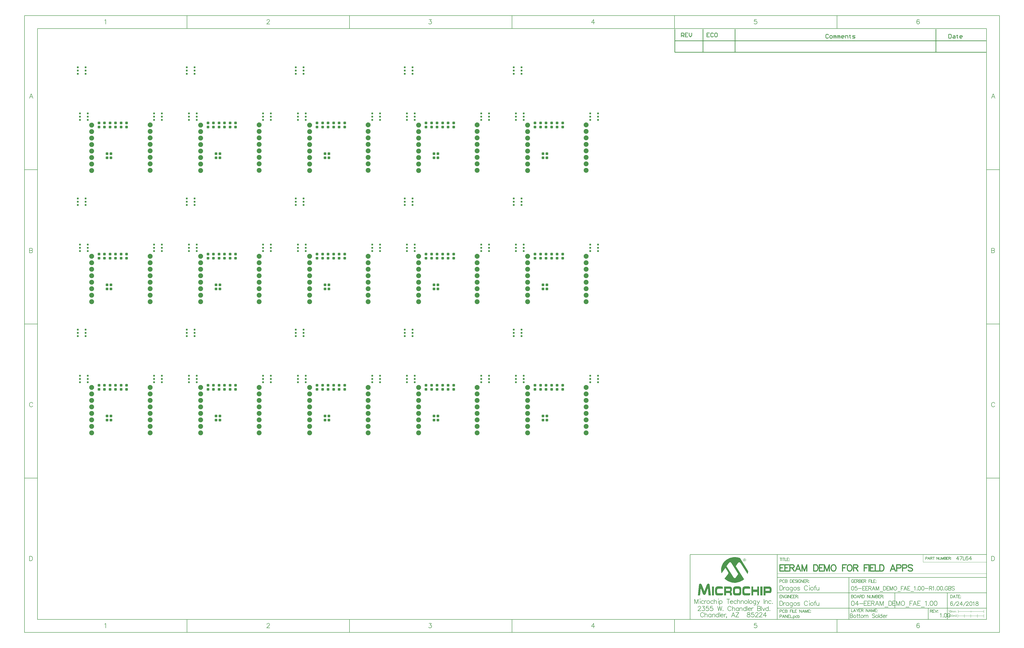
<source format=gbs>
G04*
G04 #@! TF.GenerationSoftware,Altium Limited,Altium Designer,18.1.7 (191)*
G04*
G04 Layer_Color=16711935*
%FSLAX43Y43*%
%MOMM*%
G71*
G01*
G75*
%ADD10C,0.150*%
%ADD11C,0.178*%
%ADD29C,0.381*%
%ADD31C,0.127*%
%ADD32C,0.254*%
%ADD33C,0.100*%
%ADD34C,0.200*%
%ADD35C,0.178*%
%ADD38C,0.787*%
G04:AMPARAMS|DCode=57|XSize=1.1mm|YSize=1mm|CornerRadius=0.3mm|HoleSize=0mm|Usage=FLASHONLY|Rotation=0.000|XOffset=0mm|YOffset=0mm|HoleType=Round|Shape=RoundedRectangle|*
%AMROUNDEDRECTD57*
21,1,1.100,0.400,0,0,0.0*
21,1,0.500,1.000,0,0,0.0*
1,1,0.600,0.250,-0.200*
1,1,0.600,-0.250,-0.200*
1,1,0.600,-0.250,0.200*
1,1,0.600,0.250,0.200*
%
%ADD57ROUNDEDRECTD57*%
%ADD60C,1.900*%
%ADD61P,2.057X8X292.5*%
G36*
X259343Y-135552D02*
X259427Y-135580D01*
X259540Y-135622D01*
X259639Y-135679D01*
X259724Y-135777D01*
X259780Y-135919D01*
X259808Y-136088D01*
X259808Y-136116D01*
X259794Y-136172D01*
X259780Y-136271D01*
X259738Y-136370D01*
X259681Y-136483D01*
X259582Y-136568D01*
X259441Y-136638D01*
X259258Y-136666D01*
X259216Y-136666D01*
X259173Y-136652D01*
X259117Y-136638D01*
X258976Y-136596D01*
X258905Y-136553D01*
X258835Y-136497D01*
X258835Y-136483D01*
X258806Y-136469D01*
X258750Y-136384D01*
X258694Y-136257D01*
X258679Y-136172D01*
X258665Y-136088D01*
X258665Y-136074D01*
X258665Y-136045D01*
X258679Y-136003D01*
X258694Y-135961D01*
X258750Y-135834D01*
X258792Y-135763D01*
X258849Y-135707D01*
X258863Y-135693D01*
X258877Y-135679D01*
X258962Y-135622D01*
X259089Y-135566D01*
X259173Y-135538D01*
X259286Y-135538D01*
X259343Y-135552D01*
X259343Y-135552D02*
G37*
G36*
X255731Y-135058D02*
X255843Y-135072D01*
X255985Y-135072D01*
X256126Y-135100D01*
X256450Y-135142D01*
X256803Y-135227D01*
X257156Y-135326D01*
X257508Y-135467D01*
X260669Y-140504D01*
X260669Y-140518D01*
X260669Y-140546D01*
X260655Y-140603D01*
X260655Y-140659D01*
X260641Y-140744D01*
X260627Y-140843D01*
X260584Y-141054D01*
X260584Y-141069D01*
X260570Y-141111D01*
X260556Y-141167D01*
X260542Y-141238D01*
X260514Y-141337D01*
X260486Y-141435D01*
X260415Y-141675D01*
X257664Y-137372D01*
X257649Y-137358D01*
X257635Y-137315D01*
X257579Y-137259D01*
X257522Y-137202D01*
X257452Y-137146D01*
X257367Y-137090D01*
X257283Y-137047D01*
X257170Y-137033D01*
X257127Y-137033D01*
X257085Y-137047D01*
X257029Y-137076D01*
X256958Y-137118D01*
X256873Y-137174D01*
X256803Y-137245D01*
X256718Y-137358D01*
X255801Y-138613D01*
X259032Y-143707D01*
X259018Y-143721D01*
X258962Y-143764D01*
X258877Y-143834D01*
X258764Y-143919D01*
X258609Y-144032D01*
X258425Y-144144D01*
X258228Y-144271D01*
X257988Y-144398D01*
X257734Y-144525D01*
X257438Y-144652D01*
X257142Y-144765D01*
X256803Y-144878D01*
X256450Y-144963D01*
X256083Y-145033D01*
X255702Y-145076D01*
X255293Y-145090D01*
X255194Y-145090D01*
X255081Y-145076D01*
X254926Y-145062D01*
X254729Y-145033D01*
X254503Y-145005D01*
X254263Y-144949D01*
X253981Y-144878D01*
X253699Y-144794D01*
X253388Y-144681D01*
X253064Y-144554D01*
X252739Y-144398D01*
X252415Y-144201D01*
X252090Y-143989D01*
X251780Y-143735D01*
X251469Y-143439D01*
X252838Y-141548D01*
X252852Y-141534D01*
X252866Y-141478D01*
X252894Y-141393D01*
X252909Y-141323D01*
X252923Y-141238D01*
X252923Y-141210D01*
X252909Y-141139D01*
X252866Y-141012D01*
X252782Y-140857D01*
X251766Y-139263D01*
X250256Y-141365D01*
X250256Y-141351D01*
X250242Y-141337D01*
X250228Y-141252D01*
X250200Y-141125D01*
X250171Y-140956D01*
X250129Y-140744D01*
X250101Y-140518D01*
X250087Y-140250D01*
X250073Y-139982D01*
X250073Y-139954D01*
X250073Y-139897D01*
X250087Y-139785D01*
X250101Y-139658D01*
X250115Y-139488D01*
X250143Y-139291D01*
X250200Y-139065D01*
X250256Y-138825D01*
X250327Y-138571D01*
X250425Y-138289D01*
X250552Y-138007D01*
X250679Y-137725D01*
X250849Y-137442D01*
X251046Y-137146D01*
X251272Y-136864D01*
X251526Y-136596D01*
X251540Y-136582D01*
X251596Y-136525D01*
X251681Y-136455D01*
X251808Y-136356D01*
X251963Y-136229D01*
X252147Y-136102D01*
X252358Y-135961D01*
X252598Y-135820D01*
X252866Y-135679D01*
X253163Y-135538D01*
X253487Y-135396D01*
X253826Y-135284D01*
X254193Y-135185D01*
X254588Y-135114D01*
X254997Y-135058D01*
X255434Y-135044D01*
X255632Y-135044D01*
X255731Y-135058D01*
X255731Y-135058D02*
G37*
G36*
X260979Y-146515D02*
X261050Y-146529D01*
X261106Y-146543D01*
X261120Y-146543D01*
X261149Y-146557D01*
X261247Y-146600D01*
X261304Y-146656D01*
X261346Y-146712D01*
X261389Y-146783D01*
X261417Y-146882D01*
X261417Y-146896D01*
X261431Y-146910D01*
X261431Y-146952D01*
X261445Y-147023D01*
X261445Y-147093D01*
X261459Y-147192D01*
X261459Y-147305D01*
X261459Y-147432D01*
X259568Y-147390D01*
X259554Y-147390D01*
X259498Y-147404D01*
X259427Y-147418D01*
X259357Y-147474D01*
X259272Y-147545D01*
X259202Y-147672D01*
X259173Y-147757D01*
X259145Y-147855D01*
X259131Y-147954D01*
X259131Y-148081D01*
X259131Y-148462D01*
X259131Y-148476D01*
X259131Y-148490D01*
X259145Y-148575D01*
X259159Y-148674D01*
X259187Y-148801D01*
X259230Y-148928D01*
X259314Y-149041D01*
X259413Y-149125D01*
X259484Y-149139D01*
X259554Y-149153D01*
X261487Y-149153D01*
X261487Y-149182D01*
X261487Y-149238D01*
X261487Y-149337D01*
X261473Y-149450D01*
X261459Y-149563D01*
X261445Y-149675D01*
X261417Y-149774D01*
X261374Y-149845D01*
X261374Y-149859D01*
X261346Y-149873D01*
X261304Y-149901D01*
X261247Y-149929D01*
X261163Y-149972D01*
X261050Y-150000D01*
X260909Y-150014D01*
X260739Y-150028D01*
X259329Y-150028D01*
X259216Y-150014D01*
X259075Y-149986D01*
X258933Y-149944D01*
X258778Y-149873D01*
X258651Y-149788D01*
X258552Y-149661D01*
X258552Y-149647D01*
X258524Y-149605D01*
X258496Y-149534D01*
X258468Y-149450D01*
X258440Y-149323D01*
X258411Y-149182D01*
X258397Y-148998D01*
X258383Y-148801D01*
X258383Y-147757D01*
X258383Y-147742D01*
X258383Y-147714D01*
X258383Y-147672D01*
X258397Y-147615D01*
X258411Y-147474D01*
X258440Y-147291D01*
X258482Y-147107D01*
X258567Y-146924D01*
X258665Y-146769D01*
X258736Y-146698D01*
X258806Y-146642D01*
X258821Y-146642D01*
X258849Y-146614D01*
X258891Y-146600D01*
X258962Y-146571D01*
X259046Y-146543D01*
X259159Y-146529D01*
X259286Y-146501D01*
X260810Y-146501D01*
X260979Y-146515D01*
X260979Y-146515D02*
G37*
G36*
X264902Y-150000D02*
X264182Y-150000D01*
X264182Y-148688D01*
X262616Y-148688D01*
X262616Y-150000D01*
X261939Y-150000D01*
X261939Y-146543D01*
X262616Y-146543D01*
X262616Y-147757D01*
X264182Y-147757D01*
X264182Y-146543D01*
X264902Y-146543D01*
X264902Y-150000D01*
X264902Y-150000D02*
G37*
G36*
X245205Y-145414D02*
X245275Y-145428D01*
X245360Y-145471D01*
X245430Y-145527D01*
X245501Y-145626D01*
X245572Y-145753D01*
X245600Y-145936D01*
X246065Y-150000D01*
X245191Y-150000D01*
X244951Y-147079D01*
X244937Y-147079D01*
X244048Y-149421D01*
X244048Y-149436D01*
X244019Y-149478D01*
X243977Y-149548D01*
X243921Y-149619D01*
X243850Y-149690D01*
X243766Y-149760D01*
X243667Y-149802D01*
X243540Y-149817D01*
X243483Y-149817D01*
X243413Y-149788D01*
X243328Y-149760D01*
X243229Y-149718D01*
X243145Y-149647D01*
X243074Y-149548D01*
X243004Y-149421D01*
X242115Y-147122D01*
X242101Y-147122D01*
X241847Y-150000D01*
X241000Y-150000D01*
X241437Y-145894D01*
X241437Y-145866D01*
X241452Y-145809D01*
X241480Y-145739D01*
X241522Y-145640D01*
X241579Y-145555D01*
X241663Y-145471D01*
X241776Y-145414D01*
X241903Y-145400D01*
X241974Y-145400D01*
X242058Y-145428D01*
X242157Y-145457D01*
X242256Y-145513D01*
X242369Y-145598D01*
X242453Y-145711D01*
X242538Y-145866D01*
X243526Y-148377D01*
X243540Y-148377D01*
X244527Y-145866D01*
X244542Y-145852D01*
X244556Y-145795D01*
X244612Y-145725D01*
X244669Y-145626D01*
X244753Y-145541D01*
X244866Y-145471D01*
X244993Y-145414D01*
X245148Y-145400D01*
X245162Y-145400D01*
X245205Y-145414D01*
X245205Y-145414D02*
G37*
G36*
X269036Y-146557D02*
X269149Y-146571D01*
X269276Y-146614D01*
X269417Y-146684D01*
X269544Y-146783D01*
X269657Y-146924D01*
X269741Y-147122D01*
X269741Y-147136D01*
X269756Y-147164D01*
X269756Y-147220D01*
X269770Y-147291D01*
X269784Y-147376D01*
X269784Y-147474D01*
X269798Y-147601D01*
X269798Y-147728D01*
X269798Y-147996D01*
X269798Y-148025D01*
X269798Y-148095D01*
X269784Y-148208D01*
X269770Y-148335D01*
X269741Y-148490D01*
X269713Y-148645D01*
X269657Y-148772D01*
X269586Y-148899D01*
X269586Y-148914D01*
X269558Y-148928D01*
X269516Y-148970D01*
X269473Y-149012D01*
X269403Y-149055D01*
X269318Y-149083D01*
X269234Y-149111D01*
X269121Y-149125D01*
X267399Y-149125D01*
X267399Y-150000D01*
X266694Y-150000D01*
X266694Y-146543D01*
X268965Y-146543D01*
X269036Y-146557D01*
X269036Y-146557D02*
G37*
G36*
X266228Y-150000D02*
X265410Y-150000D01*
X265410Y-146543D01*
X266228Y-146543D01*
X266228Y-150000D01*
X266228Y-150000D02*
G37*
G36*
X253727Y-146557D02*
X253840Y-146600D01*
X253967Y-146670D01*
X254023Y-146727D01*
X254094Y-146797D01*
X254150Y-146882D01*
X254193Y-146981D01*
X254249Y-147093D01*
X254277Y-147234D01*
X254291Y-147390D01*
X254305Y-147573D01*
X254305Y-147785D01*
X254305Y-147799D01*
X254305Y-147813D01*
X254305Y-147898D01*
X254291Y-148025D01*
X254263Y-148166D01*
X254207Y-148307D01*
X254136Y-148448D01*
X254037Y-148561D01*
X253910Y-148645D01*
X253910Y-148660D01*
X253924Y-148660D01*
X253967Y-148688D01*
X254037Y-148730D01*
X254108Y-148801D01*
X254178Y-148899D01*
X254249Y-149026D01*
X254291Y-149196D01*
X254305Y-149421D01*
X254305Y-150000D01*
X253572Y-150000D01*
X253572Y-149591D01*
X253572Y-149577D01*
X253572Y-149548D01*
X253572Y-149492D01*
X253572Y-149436D01*
X253558Y-149323D01*
X253558Y-149266D01*
X253544Y-149224D01*
X253529Y-149210D01*
X253487Y-149153D01*
X253417Y-149111D01*
X253290Y-149097D01*
X252006Y-149097D01*
X252006Y-150000D01*
X251272Y-150000D01*
X251272Y-146543D01*
X253642Y-146543D01*
X253727Y-146557D01*
X253727Y-146557D02*
G37*
G36*
X247307Y-150000D02*
X246503Y-150000D01*
X246503Y-146543D01*
X247307Y-146543D01*
X247307Y-150000D01*
X247307Y-150000D02*
G37*
G36*
X257156Y-146515D02*
X257283Y-146543D01*
X257410Y-146571D01*
X257551Y-146628D01*
X257664Y-146712D01*
X257762Y-146811D01*
X257776Y-146825D01*
X257805Y-146868D01*
X257833Y-146938D01*
X257875Y-147037D01*
X257918Y-147178D01*
X257960Y-147333D01*
X257974Y-147517D01*
X257988Y-147742D01*
X257988Y-148787D01*
X257988Y-148801D01*
X257988Y-148829D01*
X257988Y-148871D01*
X257974Y-148942D01*
X257960Y-149097D01*
X257932Y-149294D01*
X257861Y-149492D01*
X257776Y-149690D01*
X257649Y-149845D01*
X257565Y-149915D01*
X257480Y-149958D01*
X257466Y-149958D01*
X257438Y-149972D01*
X257395Y-149986D01*
X257339Y-149986D01*
X257268Y-150000D01*
X257184Y-150014D01*
X256958Y-150028D01*
X255688Y-150028D01*
X255575Y-150014D01*
X255448Y-149986D01*
X255307Y-149944D01*
X255166Y-149887D01*
X255039Y-149802D01*
X254926Y-149690D01*
X254912Y-149675D01*
X254898Y-149633D01*
X254870Y-149563D01*
X254842Y-149464D01*
X254799Y-149351D01*
X254771Y-149196D01*
X254757Y-148998D01*
X254743Y-148787D01*
X254743Y-147742D01*
X254743Y-147728D01*
X254743Y-147700D01*
X254743Y-147644D01*
X254757Y-147573D01*
X254771Y-147404D01*
X254813Y-147206D01*
X254884Y-146995D01*
X254997Y-146811D01*
X255067Y-146727D01*
X255138Y-146656D01*
X255237Y-146600D01*
X255335Y-146557D01*
X255350Y-146557D01*
X255364Y-146543D01*
X255406Y-146543D01*
X255462Y-146529D01*
X255604Y-146515D01*
X255787Y-146501D01*
X257057Y-146501D01*
X257156Y-146515D01*
X257156Y-146515D02*
G37*
G36*
X250087Y-146515D02*
X250256Y-146515D01*
X250411Y-146529D01*
X250538Y-146557D01*
X250581Y-146571D01*
X250609Y-146585D01*
X250623Y-146585D01*
X250637Y-146614D01*
X250665Y-146656D01*
X250707Y-146727D01*
X250750Y-146825D01*
X250778Y-146966D01*
X250792Y-147150D01*
X250806Y-147390D01*
X248901Y-147390D01*
X248817Y-147404D01*
X248718Y-147446D01*
X248619Y-147531D01*
X248605Y-147559D01*
X248591Y-147587D01*
X248563Y-147644D01*
X248549Y-147714D01*
X248520Y-147813D01*
X248506Y-147940D01*
X248506Y-148081D01*
X248506Y-148462D01*
X248506Y-148476D01*
X248506Y-148533D01*
X248506Y-148603D01*
X248520Y-148674D01*
X248535Y-148857D01*
X248549Y-148928D01*
X248563Y-148984D01*
X248577Y-149012D01*
X248633Y-149069D01*
X248690Y-149097D01*
X248746Y-149125D01*
X248831Y-149139D01*
X248916Y-149153D01*
X250849Y-149153D01*
X250849Y-149182D01*
X250849Y-149238D01*
X250849Y-149323D01*
X250834Y-149421D01*
X250806Y-149647D01*
X250778Y-149746D01*
X250750Y-149817D01*
X250750Y-149831D01*
X250722Y-149845D01*
X250679Y-149887D01*
X250623Y-149915D01*
X250524Y-149958D01*
X250411Y-150000D01*
X250270Y-150014D01*
X250101Y-150028D01*
X248704Y-150028D01*
X248605Y-150014D01*
X248478Y-149986D01*
X248337Y-149958D01*
X248196Y-149915D01*
X248069Y-149845D01*
X247970Y-149746D01*
X247956Y-149732D01*
X247942Y-149690D01*
X247900Y-149619D01*
X247857Y-149520D01*
X247815Y-149393D01*
X247787Y-149224D01*
X247759Y-149026D01*
X247744Y-148787D01*
X247744Y-147742D01*
X247744Y-147728D01*
X247744Y-147700D01*
X247744Y-147644D01*
X247759Y-147573D01*
X247787Y-147390D01*
X247829Y-147178D01*
X247914Y-146966D01*
X248041Y-146769D01*
X248125Y-146684D01*
X248224Y-146614D01*
X248323Y-146557D01*
X248450Y-146529D01*
X248478Y-146529D01*
X248549Y-146515D01*
X248662Y-146501D01*
X249917Y-146501D01*
X250087Y-146515D01*
X250087Y-146515D02*
G37*
%LPC*%
G36*
X259258Y-135636D02*
X259187Y-135636D01*
X259103Y-135665D01*
X259018Y-135693D01*
X258919Y-135749D01*
X258849Y-135820D01*
X258792Y-135933D01*
X258764Y-136088D01*
X258764Y-136102D01*
X258764Y-136116D01*
X258778Y-136201D01*
X258821Y-136314D01*
X258905Y-136441D01*
X258933Y-136469D01*
X259004Y-136511D01*
X259117Y-136553D01*
X259258Y-136582D01*
X259272Y-136582D01*
X259329Y-136568D01*
X259399Y-136553D01*
X259498Y-136525D01*
X259582Y-136455D01*
X259653Y-136370D01*
X259709Y-136257D01*
X259724Y-136088D01*
X259724Y-136074D01*
X259724Y-136017D01*
X259695Y-135947D01*
X259667Y-135862D01*
X259611Y-135777D01*
X259526Y-135707D01*
X259413Y-135650D01*
X259258Y-135636D01*
X259258Y-135636D02*
G37*
%LPD*%
G36*
X259385Y-135792D02*
X259456Y-135848D01*
X259484Y-135890D01*
X259498Y-135961D01*
X259498Y-135975D01*
X259498Y-135989D01*
X259484Y-136060D01*
X259427Y-136116D01*
X259385Y-136144D01*
X259329Y-136158D01*
X259512Y-136441D01*
X259399Y-136441D01*
X259230Y-136158D01*
X259117Y-136158D01*
X259117Y-136441D01*
X259018Y-136441D01*
X259018Y-135763D01*
X259300Y-135763D01*
X259385Y-135792D01*
X259385Y-135792D02*
G37*
%LPC*%
G36*
X259286Y-135862D02*
X259117Y-135862D01*
X259117Y-136074D01*
X259300Y-136074D01*
X259343Y-136060D01*
X259371Y-136031D01*
X259385Y-135961D01*
X259385Y-135947D01*
X259371Y-135904D01*
X259343Y-135876D01*
X259286Y-135862D01*
X259286Y-135862D02*
G37*
G36*
X253600Y-137019D02*
X253558Y-137019D01*
X253501Y-137033D01*
X253445Y-137061D01*
X253374Y-137104D01*
X253290Y-137160D01*
X253205Y-137231D01*
X253120Y-137344D01*
X252231Y-138599D01*
X254926Y-142875D01*
X254940Y-142889D01*
X254969Y-142931D01*
X255011Y-143002D01*
X255067Y-143058D01*
X255138Y-143129D01*
X255223Y-143199D01*
X255293Y-143241D01*
X255378Y-143256D01*
X255420Y-143256D01*
X255477Y-143241D01*
X255533Y-143213D01*
X255604Y-143185D01*
X255688Y-143143D01*
X255773Y-143072D01*
X255843Y-142973D01*
X256789Y-141619D01*
X254080Y-137358D01*
X254066Y-137344D01*
X254037Y-137301D01*
X253995Y-137245D01*
X253939Y-137188D01*
X253868Y-137132D01*
X253783Y-137076D01*
X253699Y-137033D01*
X253600Y-137019D01*
X253600Y-137019D02*
G37*
G36*
X268768Y-147376D02*
X267399Y-147376D01*
X267399Y-148250D01*
X268853Y-148250D01*
X268881Y-148236D01*
X268923Y-148208D01*
X268965Y-148166D01*
X269008Y-148095D01*
X269022Y-148011D01*
X269036Y-147898D01*
X269036Y-147757D01*
X269036Y-147742D01*
X269036Y-147700D01*
X269022Y-147630D01*
X269008Y-147559D01*
X268965Y-147503D01*
X268923Y-147432D01*
X268853Y-147390D01*
X268768Y-147376D01*
X268768Y-147376D02*
G37*
G36*
X253261Y-147376D02*
X252006Y-147376D01*
X252006Y-148236D01*
X253374Y-148236D01*
X253417Y-148222D01*
X253473Y-148194D01*
X253529Y-148152D01*
X253572Y-148081D01*
X253600Y-147996D01*
X253614Y-147869D01*
X253614Y-147757D01*
X253614Y-147742D01*
X253614Y-147700D01*
X253600Y-147630D01*
X253572Y-147559D01*
X253529Y-147503D01*
X253459Y-147432D01*
X253374Y-147390D01*
X253261Y-147376D01*
X253261Y-147376D02*
G37*
G36*
X256859Y-147376D02*
X255900Y-147376D01*
X255815Y-147390D01*
X255702Y-147446D01*
X255646Y-147474D01*
X255604Y-147531D01*
X255589Y-147559D01*
X255575Y-147601D01*
X255547Y-147658D01*
X255533Y-147728D01*
X255505Y-147827D01*
X255491Y-147940D01*
X255491Y-148081D01*
X255491Y-148462D01*
X255491Y-148476D01*
X255491Y-148533D01*
X255491Y-148589D01*
X255505Y-148674D01*
X255519Y-148857D01*
X255533Y-148942D01*
X255561Y-149012D01*
X255575Y-149041D01*
X255632Y-149083D01*
X255731Y-149125D01*
X255801Y-149153D01*
X256831Y-149153D01*
X256888Y-149139D01*
X256958Y-149111D01*
X257043Y-149069D01*
X257127Y-148984D01*
X257198Y-148857D01*
X257226Y-148787D01*
X257254Y-148688D01*
X257268Y-148589D01*
X257268Y-148462D01*
X257268Y-148081D01*
X257268Y-148067D01*
X257268Y-148011D01*
X257268Y-147954D01*
X257254Y-147869D01*
X257212Y-147686D01*
X257170Y-147601D01*
X257127Y-147531D01*
X257127Y-147517D01*
X257099Y-147503D01*
X257029Y-147446D01*
X256930Y-147404D01*
X256859Y-147376D01*
X256859Y-147376D02*
G37*
%LPD*%
D10*
X300500Y-157250D02*
X300500Y-158750D01*
X300500Y-157250D02*
X301143Y-157250D01*
X301357Y-157322D01*
X301428Y-157393D01*
X301500Y-157536D01*
X301500Y-157679D01*
X301428Y-157822D01*
X301357Y-157893D01*
X301143Y-157964D01*
X300500Y-157964D02*
X301143Y-157964D01*
X301357Y-158036D01*
X301428Y-158107D01*
X301500Y-158250D01*
X301500Y-158464D01*
X301428Y-158607D01*
X301357Y-158679D01*
X301143Y-158750D01*
X300500Y-158750D01*
X302193Y-157750D02*
X302050Y-157822D01*
X301907Y-157964D01*
X301835Y-158179D01*
X301835Y-158322D01*
X301907Y-158536D01*
X302050Y-158679D01*
X302193Y-158750D01*
X302407Y-158750D01*
X302550Y-158679D01*
X302692Y-158536D01*
X302764Y-158322D01*
X302764Y-158179D01*
X302692Y-157964D01*
X302550Y-157822D01*
X302407Y-157750D01*
X302193Y-157750D01*
X303307Y-157250D02*
X303307Y-158464D01*
X303378Y-158679D01*
X303521Y-158750D01*
X303664Y-158750D01*
X303092Y-157750D02*
X303592Y-157750D01*
X304092Y-157250D02*
X304092Y-158464D01*
X304164Y-158679D01*
X304306Y-158750D01*
X304449Y-158750D01*
X303878Y-157750D02*
X304378Y-157750D01*
X305020Y-157750D02*
X304878Y-157822D01*
X304735Y-157964D01*
X304663Y-158179D01*
X304663Y-158322D01*
X304735Y-158536D01*
X304878Y-158679D01*
X305020Y-158750D01*
X305235Y-158750D01*
X305378Y-158679D01*
X305520Y-158536D01*
X305592Y-158322D01*
X305592Y-158179D01*
X305520Y-157964D01*
X305378Y-157822D01*
X305235Y-157750D01*
X305020Y-157750D01*
X305920Y-157750D02*
X305920Y-158750D01*
X305920Y-158036D02*
X306135Y-157822D01*
X306277Y-157750D01*
X306492Y-157750D01*
X306634Y-157822D01*
X306706Y-158036D01*
X306706Y-158750D01*
X306706Y-158036D02*
X306920Y-157822D01*
X307063Y-157750D01*
X307277Y-157750D01*
X307420Y-157822D01*
X307491Y-158036D01*
X307491Y-158750D01*
X310141Y-157465D02*
X309998Y-157322D01*
X309784Y-157250D01*
X309498Y-157250D01*
X309284Y-157322D01*
X309141Y-157465D01*
X309141Y-157607D01*
X309212Y-157750D01*
X309284Y-157822D01*
X309427Y-157893D01*
X309855Y-158036D01*
X309998Y-158107D01*
X310069Y-158179D01*
X310141Y-158322D01*
X310141Y-158536D01*
X309998Y-158679D01*
X309784Y-158750D01*
X309498Y-158750D01*
X309284Y-158679D01*
X309141Y-158536D01*
X310833Y-157750D02*
X310691Y-157822D01*
X310548Y-157964D01*
X310476Y-158179D01*
X310476Y-158322D01*
X310548Y-158536D01*
X310691Y-158679D01*
X310833Y-158750D01*
X311048Y-158750D01*
X311191Y-158679D01*
X311333Y-158536D01*
X311405Y-158322D01*
X311405Y-158179D01*
X311333Y-157964D01*
X311191Y-157822D01*
X311048Y-157750D01*
X310833Y-157750D01*
X311733Y-157250D02*
X311733Y-158750D01*
X312904Y-157250D02*
X312904Y-158750D01*
X312904Y-157964D02*
X312762Y-157822D01*
X312619Y-157750D01*
X312405Y-157750D01*
X312262Y-157822D01*
X312119Y-157964D01*
X312048Y-158179D01*
X312048Y-158322D01*
X312119Y-158536D01*
X312262Y-158679D01*
X312405Y-158750D01*
X312619Y-158750D01*
X312762Y-158679D01*
X312904Y-158536D01*
X313304Y-158179D02*
X314161Y-158179D01*
X314161Y-158036D01*
X314090Y-157893D01*
X314019Y-157822D01*
X313876Y-157750D01*
X313661Y-157750D01*
X313519Y-157822D01*
X313376Y-157964D01*
X313304Y-158179D01*
X313304Y-158322D01*
X313376Y-158536D01*
X313519Y-158679D01*
X313661Y-158750D01*
X313876Y-158750D01*
X314019Y-158679D01*
X314161Y-158536D01*
X314483Y-157750D02*
X314483Y-158750D01*
X314483Y-158179D02*
X314554Y-157964D01*
X314697Y-157822D01*
X314840Y-157750D01*
X315054Y-157750D01*
X330000Y-135524D02*
X330428Y-135524D01*
X330571Y-135476D01*
X330619Y-135429D01*
X330667Y-135333D01*
X330667Y-135191D01*
X330619Y-135095D01*
X330571Y-135048D01*
X330428Y-135000D01*
X330000Y-135000D01*
X330000Y-136000D01*
X331652Y-136000D02*
X331271Y-135000D01*
X330890Y-136000D01*
X331033Y-135667D02*
X331509Y-135667D01*
X331885Y-135000D02*
X331885Y-136000D01*
X331885Y-135000D02*
X332314Y-135000D01*
X332457Y-135048D01*
X332504Y-135095D01*
X332552Y-135191D01*
X332552Y-135286D01*
X332504Y-135381D01*
X332457Y-135429D01*
X332314Y-135476D01*
X331885Y-135476D01*
X332219Y-135476D02*
X332552Y-136000D01*
X333109Y-135000D02*
X333109Y-136000D01*
X332776Y-135000D02*
X333442Y-135000D01*
X334347Y-135000D02*
X334347Y-136000D01*
X334347Y-135000D02*
X335013Y-136000D01*
X335013Y-135000D02*
X335013Y-136000D01*
X335289Y-135000D02*
X335289Y-135714D01*
X335337Y-135857D01*
X335432Y-135952D01*
X335575Y-136000D01*
X335670Y-136000D01*
X335813Y-135952D01*
X335908Y-135857D01*
X335956Y-135714D01*
X335956Y-135000D01*
X336232Y-135000D02*
X336232Y-136000D01*
X336232Y-135000D02*
X336613Y-136000D01*
X336994Y-135000D02*
X336613Y-136000D01*
X336994Y-135000D02*
X336994Y-136000D01*
X337279Y-135000D02*
X337279Y-136000D01*
X337279Y-135000D02*
X337708Y-135000D01*
X337851Y-135048D01*
X337898Y-135095D01*
X337946Y-135191D01*
X337946Y-135286D01*
X337898Y-135381D01*
X337851Y-135429D01*
X337708Y-135476D01*
X337279Y-135476D02*
X337708Y-135476D01*
X337851Y-135524D01*
X337898Y-135571D01*
X337946Y-135667D01*
X337946Y-135810D01*
X337898Y-135905D01*
X337851Y-135952D01*
X337708Y-136000D01*
X337279Y-136000D01*
X338789Y-135000D02*
X338170Y-135000D01*
X338170Y-136000D01*
X338789Y-136000D01*
X338170Y-135476D02*
X338551Y-135476D01*
X338955Y-135000D02*
X338955Y-136000D01*
X338955Y-135000D02*
X339384Y-135000D01*
X339527Y-135048D01*
X339574Y-135095D01*
X339622Y-135191D01*
X339622Y-135286D01*
X339574Y-135381D01*
X339527Y-135429D01*
X339384Y-135476D01*
X338955Y-135476D01*
X339289Y-135476D02*
X339622Y-136000D01*
X339893Y-135333D02*
X339846Y-135381D01*
X339893Y-135429D01*
X339941Y-135381D01*
X339893Y-135333D01*
X339893Y-135905D02*
X339846Y-135952D01*
X339893Y-136000D01*
X339941Y-135952D01*
X339893Y-135905D01*
X340557Y-152715D02*
X340486Y-152572D01*
X340271Y-152500D01*
X340128Y-152500D01*
X339914Y-152572D01*
X339771Y-152786D01*
X339700Y-153143D01*
X339700Y-153500D01*
X339771Y-153786D01*
X339914Y-153929D01*
X340128Y-154000D01*
X340200Y-154000D01*
X340414Y-153929D01*
X340557Y-153786D01*
X340628Y-153572D01*
X340628Y-153500D01*
X340557Y-153286D01*
X340414Y-153143D01*
X340200Y-153072D01*
X340128Y-153072D01*
X339914Y-153143D01*
X339771Y-153286D01*
X339700Y-153500D01*
X340957Y-154214D02*
X341957Y-152500D01*
X342128Y-152857D02*
X342128Y-152786D01*
X342199Y-152643D01*
X342271Y-152572D01*
X342414Y-152500D01*
X342699Y-152500D01*
X342842Y-152572D01*
X342914Y-152643D01*
X342985Y-152786D01*
X342985Y-152929D01*
X342914Y-153072D01*
X342771Y-153286D01*
X342057Y-154000D01*
X343056Y-154000D01*
X344106Y-152500D02*
X343392Y-153500D01*
X344463Y-153500D01*
X344106Y-152500D02*
X344106Y-154000D01*
X344728Y-154214D02*
X345727Y-152500D01*
X345899Y-152857D02*
X345899Y-152786D01*
X345970Y-152643D01*
X346042Y-152572D01*
X346184Y-152500D01*
X346470Y-152500D01*
X346613Y-152572D01*
X346684Y-152643D01*
X346756Y-152786D01*
X346756Y-152929D01*
X346684Y-153072D01*
X346541Y-153286D01*
X345827Y-154000D01*
X346827Y-154000D01*
X347591Y-152500D02*
X347377Y-152572D01*
X347234Y-152786D01*
X347163Y-153143D01*
X347163Y-153357D01*
X347234Y-153714D01*
X347377Y-153929D01*
X347591Y-154000D01*
X347734Y-154000D01*
X347948Y-153929D01*
X348091Y-153714D01*
X348162Y-153357D01*
X348162Y-153143D01*
X348091Y-152786D01*
X347948Y-152572D01*
X347734Y-152500D01*
X347591Y-152500D01*
X348498Y-152786D02*
X348641Y-152715D01*
X348855Y-152500D01*
X348855Y-154000D01*
X349955Y-152500D02*
X349741Y-152572D01*
X349669Y-152715D01*
X349669Y-152857D01*
X349741Y-153000D01*
X349884Y-153072D01*
X350169Y-153143D01*
X350383Y-153214D01*
X350526Y-153357D01*
X350598Y-153500D01*
X350598Y-153714D01*
X350526Y-153857D01*
X350455Y-153929D01*
X350241Y-154000D01*
X349955Y-154000D01*
X349741Y-153929D01*
X349669Y-153857D01*
X349598Y-153714D01*
X349598Y-153500D01*
X349669Y-153357D01*
X349812Y-153214D01*
X350026Y-153143D01*
X350312Y-153072D01*
X350455Y-153000D01*
X350526Y-152857D01*
X350526Y-152715D01*
X350455Y-152572D01*
X350241Y-152500D01*
X349955Y-152500D01*
D11*
X335678Y-157358D02*
X335821Y-157287D01*
X336035Y-157073D01*
X336035Y-158572D01*
X336849Y-158429D02*
X336778Y-158501D01*
X336849Y-158572D01*
X336920Y-158501D01*
X336849Y-158429D01*
X337677Y-157073D02*
X337463Y-157144D01*
X337320Y-157358D01*
X337249Y-157715D01*
X337249Y-157930D01*
X337320Y-158287D01*
X337463Y-158501D01*
X337677Y-158572D01*
X337820Y-158572D01*
X338034Y-158501D01*
X338177Y-158287D01*
X338249Y-157930D01*
X338249Y-157715D01*
X338177Y-157358D01*
X338034Y-157144D01*
X337820Y-157073D01*
X337677Y-157073D01*
X339013Y-157073D02*
X338799Y-157144D01*
X338656Y-157358D01*
X338584Y-157715D01*
X338584Y-157930D01*
X338656Y-158287D01*
X338799Y-158501D01*
X339013Y-158572D01*
X339156Y-158572D01*
X339370Y-158501D01*
X339513Y-158287D01*
X339584Y-157930D01*
X339584Y-157715D01*
X339513Y-157358D01*
X339370Y-157144D01*
X339156Y-157073D01*
X339013Y-157073D01*
X301428Y-146500D02*
X301214Y-146572D01*
X301071Y-146786D01*
X301000Y-147143D01*
X301000Y-147357D01*
X301071Y-147714D01*
X301214Y-147929D01*
X301428Y-148000D01*
X301571Y-148000D01*
X301786Y-147929D01*
X301928Y-147714D01*
X302000Y-147357D01*
X302000Y-147143D01*
X301928Y-146786D01*
X301786Y-146572D01*
X301571Y-146500D01*
X301428Y-146500D01*
X303192Y-146500D02*
X302478Y-146500D01*
X302407Y-147143D01*
X302478Y-147072D01*
X302693Y-147000D01*
X302907Y-147000D01*
X303121Y-147072D01*
X303264Y-147214D01*
X303335Y-147429D01*
X303335Y-147572D01*
X303264Y-147786D01*
X303121Y-147929D01*
X302907Y-148000D01*
X302693Y-148000D01*
X302478Y-147929D01*
X302407Y-147857D01*
X302335Y-147714D01*
X303671Y-147357D02*
X304956Y-147357D01*
X306327Y-146500D02*
X305399Y-146500D01*
X305399Y-148000D01*
X306327Y-148000D01*
X305399Y-147214D02*
X305970Y-147214D01*
X307506Y-146500D02*
X306577Y-146500D01*
X306577Y-148000D01*
X307506Y-148000D01*
X306577Y-147214D02*
X307149Y-147214D01*
X307756Y-146500D02*
X307756Y-148000D01*
X307756Y-146500D02*
X308398Y-146500D01*
X308613Y-146572D01*
X308684Y-146643D01*
X308755Y-146786D01*
X308755Y-146929D01*
X308684Y-147072D01*
X308613Y-147143D01*
X308398Y-147214D01*
X307756Y-147214D01*
X308256Y-147214D02*
X308755Y-148000D01*
X310234Y-148000D02*
X309662Y-146500D01*
X309091Y-148000D01*
X309305Y-147500D02*
X310020Y-147500D01*
X310584Y-146500D02*
X310584Y-148000D01*
X310584Y-146500D02*
X311155Y-148000D01*
X311726Y-146500D02*
X311155Y-148000D01*
X311726Y-146500D02*
X311726Y-148000D01*
X312155Y-148500D02*
X313297Y-148500D01*
X313490Y-146500D02*
X313490Y-148000D01*
X313490Y-146500D02*
X313990Y-146500D01*
X314204Y-146572D01*
X314347Y-146715D01*
X314419Y-146857D01*
X314490Y-147072D01*
X314490Y-147429D01*
X314419Y-147643D01*
X314347Y-147786D01*
X314204Y-147929D01*
X313990Y-148000D01*
X313490Y-148000D01*
X315754Y-146500D02*
X314826Y-146500D01*
X314826Y-148000D01*
X315754Y-148000D01*
X314826Y-147214D02*
X315397Y-147214D01*
X316004Y-146500D02*
X316004Y-148000D01*
X316004Y-146500D02*
X316575Y-148000D01*
X317147Y-146500D02*
X316575Y-148000D01*
X317147Y-146500D02*
X317147Y-148000D01*
X318004Y-146500D02*
X317861Y-146572D01*
X317718Y-146715D01*
X317646Y-146857D01*
X317575Y-147072D01*
X317575Y-147429D01*
X317646Y-147643D01*
X317718Y-147786D01*
X317861Y-147929D01*
X318004Y-148000D01*
X318289Y-148000D01*
X318432Y-147929D01*
X318575Y-147786D01*
X318646Y-147643D01*
X318718Y-147429D01*
X318718Y-147072D01*
X318646Y-146857D01*
X318575Y-146715D01*
X318432Y-146572D01*
X318289Y-146500D01*
X318004Y-146500D01*
X319068Y-148500D02*
X320210Y-148500D01*
X320403Y-146500D02*
X320403Y-148000D01*
X320403Y-146500D02*
X321331Y-146500D01*
X320403Y-147214D02*
X320974Y-147214D01*
X322645Y-148000D02*
X322074Y-146500D01*
X321503Y-148000D01*
X321717Y-147500D02*
X322431Y-147500D01*
X323924Y-146500D02*
X322995Y-146500D01*
X322995Y-148000D01*
X323924Y-148000D01*
X322995Y-147214D02*
X323567Y-147214D01*
X324174Y-148500D02*
X325316Y-148500D01*
X325509Y-146786D02*
X325652Y-146715D01*
X325866Y-146500D01*
X325866Y-148000D01*
X326680Y-147857D02*
X326609Y-147929D01*
X326680Y-148000D01*
X326752Y-147929D01*
X326680Y-147857D01*
X327509Y-146500D02*
X327294Y-146572D01*
X327152Y-146786D01*
X327080Y-147143D01*
X327080Y-147357D01*
X327152Y-147714D01*
X327294Y-147929D01*
X327509Y-148000D01*
X327651Y-148000D01*
X327866Y-147929D01*
X328009Y-147714D01*
X328080Y-147357D01*
X328080Y-147143D01*
X328009Y-146786D01*
X327866Y-146572D01*
X327651Y-146500D01*
X327509Y-146500D01*
X328844Y-146500D02*
X328630Y-146572D01*
X328487Y-146786D01*
X328416Y-147143D01*
X328416Y-147357D01*
X328487Y-147714D01*
X328630Y-147929D01*
X328844Y-148000D01*
X328987Y-148000D01*
X329201Y-147929D01*
X329344Y-147714D01*
X329415Y-147357D01*
X329415Y-147143D01*
X329344Y-146786D01*
X329201Y-146572D01*
X328987Y-146500D01*
X328844Y-146500D01*
X329751Y-147357D02*
X331036Y-147357D01*
X331479Y-146500D02*
X331479Y-148000D01*
X331479Y-146500D02*
X332122Y-146500D01*
X332336Y-146572D01*
X332408Y-146643D01*
X332479Y-146786D01*
X332479Y-146929D01*
X332408Y-147072D01*
X332336Y-147143D01*
X332122Y-147214D01*
X331479Y-147214D01*
X331979Y-147214D02*
X332479Y-148000D01*
X332815Y-146786D02*
X332957Y-146715D01*
X333172Y-146500D01*
X333172Y-148000D01*
X333986Y-147857D02*
X333914Y-147929D01*
X333986Y-148000D01*
X334057Y-147929D01*
X333986Y-147857D01*
X334814Y-146500D02*
X334600Y-146572D01*
X334457Y-146786D01*
X334386Y-147143D01*
X334386Y-147357D01*
X334457Y-147714D01*
X334600Y-147929D01*
X334814Y-148000D01*
X334957Y-148000D01*
X335171Y-147929D01*
X335314Y-147714D01*
X335385Y-147357D01*
X335385Y-147143D01*
X335314Y-146786D01*
X335171Y-146572D01*
X334957Y-146500D01*
X334814Y-146500D01*
X336150Y-146500D02*
X335935Y-146572D01*
X335793Y-146786D01*
X335721Y-147143D01*
X335721Y-147357D01*
X335793Y-147714D01*
X335935Y-147929D01*
X336150Y-148000D01*
X336292Y-148000D01*
X336507Y-147929D01*
X336650Y-147714D01*
X336721Y-147357D01*
X336721Y-147143D01*
X336650Y-146786D01*
X336507Y-146572D01*
X336292Y-146500D01*
X336150Y-146500D01*
X337128Y-147857D02*
X337057Y-147929D01*
X337128Y-148000D01*
X337199Y-147929D01*
X337128Y-147857D01*
X338599Y-146857D02*
X338528Y-146715D01*
X338385Y-146572D01*
X338242Y-146500D01*
X337956Y-146500D01*
X337814Y-146572D01*
X337671Y-146715D01*
X337599Y-146857D01*
X337528Y-147072D01*
X337528Y-147429D01*
X337599Y-147643D01*
X337671Y-147786D01*
X337814Y-147929D01*
X337956Y-148000D01*
X338242Y-148000D01*
X338385Y-147929D01*
X338528Y-147786D01*
X338599Y-147643D01*
X338599Y-147429D01*
X338242Y-147429D02*
X338599Y-147429D01*
X338942Y-146500D02*
X338942Y-148000D01*
X338942Y-146500D02*
X339585Y-146500D01*
X339799Y-146572D01*
X339870Y-146643D01*
X339942Y-146786D01*
X339942Y-146929D01*
X339870Y-147072D01*
X339799Y-147143D01*
X339585Y-147214D01*
X338942Y-147214D02*
X339585Y-147214D01*
X339799Y-147286D01*
X339870Y-147357D01*
X339942Y-147500D01*
X339942Y-147714D01*
X339870Y-147857D01*
X339799Y-147929D01*
X339585Y-148000D01*
X338942Y-148000D01*
X341277Y-146715D02*
X341134Y-146572D01*
X340920Y-146500D01*
X340634Y-146500D01*
X340420Y-146572D01*
X340277Y-146715D01*
X340277Y-146857D01*
X340349Y-147000D01*
X340420Y-147072D01*
X340563Y-147143D01*
X340991Y-147286D01*
X341134Y-147357D01*
X341206Y-147429D01*
X341277Y-147572D01*
X341277Y-147786D01*
X341134Y-147929D01*
X340920Y-148000D01*
X340634Y-148000D01*
X340420Y-147929D01*
X340277Y-147786D01*
X273000Y-152222D02*
X273000Y-154000D01*
X273000Y-152222D02*
X273593Y-152222D01*
X273846Y-152307D01*
X274016Y-152476D01*
X274100Y-152646D01*
X274185Y-152900D01*
X274185Y-153323D01*
X274100Y-153577D01*
X274016Y-153746D01*
X273846Y-153915D01*
X273593Y-154000D01*
X273000Y-154000D01*
X274583Y-152815D02*
X274583Y-154000D01*
X274583Y-153323D02*
X274668Y-153069D01*
X274837Y-152900D01*
X275006Y-152815D01*
X275260Y-152815D01*
X276437Y-152815D02*
X276437Y-154000D01*
X276437Y-153069D02*
X276267Y-152900D01*
X276098Y-152815D01*
X275844Y-152815D01*
X275675Y-152900D01*
X275506Y-153069D01*
X275421Y-153323D01*
X275421Y-153492D01*
X275506Y-153746D01*
X275675Y-153915D01*
X275844Y-154000D01*
X276098Y-154000D01*
X276267Y-153915D01*
X276437Y-153746D01*
X277927Y-152815D02*
X277927Y-154169D01*
X277842Y-154423D01*
X277757Y-154508D01*
X277588Y-154593D01*
X277334Y-154593D01*
X277165Y-154508D01*
X277927Y-153069D02*
X277757Y-152900D01*
X277588Y-152815D01*
X277334Y-152815D01*
X277165Y-152900D01*
X276995Y-153069D01*
X276911Y-153323D01*
X276911Y-153492D01*
X276995Y-153746D01*
X277165Y-153915D01*
X277334Y-154000D01*
X277588Y-154000D01*
X277757Y-153915D01*
X277927Y-153746D01*
X278824Y-152815D02*
X278655Y-152900D01*
X278485Y-153069D01*
X278401Y-153323D01*
X278401Y-153492D01*
X278485Y-153746D01*
X278655Y-153915D01*
X278824Y-154000D01*
X279078Y-154000D01*
X279247Y-153915D01*
X279416Y-153746D01*
X279501Y-153492D01*
X279501Y-153323D01*
X279416Y-153069D01*
X279247Y-152900D01*
X279078Y-152815D01*
X278824Y-152815D01*
X280822Y-153069D02*
X280737Y-152900D01*
X280483Y-152815D01*
X280229Y-152815D01*
X279975Y-152900D01*
X279890Y-153069D01*
X279975Y-153238D01*
X280144Y-153323D01*
X280568Y-153407D01*
X280737Y-153492D01*
X280822Y-153661D01*
X280822Y-153746D01*
X280737Y-153915D01*
X280483Y-154000D01*
X280229Y-154000D01*
X279975Y-153915D01*
X279890Y-153746D01*
X283860Y-152646D02*
X283776Y-152476D01*
X283606Y-152307D01*
X283437Y-152222D01*
X283099Y-152222D01*
X282929Y-152307D01*
X282760Y-152476D01*
X282675Y-152646D01*
X282591Y-152900D01*
X282591Y-153323D01*
X282675Y-153577D01*
X282760Y-153746D01*
X282929Y-153915D01*
X283099Y-154000D01*
X283437Y-154000D01*
X283606Y-153915D01*
X283776Y-153746D01*
X283860Y-153577D01*
X284529Y-152222D02*
X284614Y-152307D01*
X284698Y-152222D01*
X284614Y-152138D01*
X284529Y-152222D01*
X284614Y-152815D02*
X284614Y-154000D01*
X285435Y-152815D02*
X285266Y-152900D01*
X285096Y-153069D01*
X285012Y-153323D01*
X285012Y-153492D01*
X285096Y-153746D01*
X285266Y-153915D01*
X285435Y-154000D01*
X285689Y-154000D01*
X285858Y-153915D01*
X286027Y-153746D01*
X286112Y-153492D01*
X286112Y-153323D01*
X286027Y-153069D01*
X285858Y-152900D01*
X285689Y-152815D01*
X285435Y-152815D01*
X287179Y-152222D02*
X287009Y-152222D01*
X286840Y-152307D01*
X286755Y-152561D01*
X286755Y-154000D01*
X286501Y-152815D02*
X287094Y-152815D01*
X287433Y-152815D02*
X287433Y-153661D01*
X287517Y-153915D01*
X287687Y-154000D01*
X287940Y-154000D01*
X288110Y-153915D01*
X288364Y-153661D01*
X288364Y-152815D02*
X288364Y-154000D01*
X273000Y-146222D02*
X273000Y-148000D01*
X273000Y-146222D02*
X273593Y-146222D01*
X273846Y-146307D01*
X274016Y-146476D01*
X274100Y-146646D01*
X274185Y-146900D01*
X274185Y-147323D01*
X274100Y-147577D01*
X274016Y-147746D01*
X273846Y-147915D01*
X273593Y-148000D01*
X273000Y-148000D01*
X274583Y-146815D02*
X274583Y-148000D01*
X274583Y-147323D02*
X274668Y-147069D01*
X274837Y-146900D01*
X275006Y-146815D01*
X275260Y-146815D01*
X276437Y-146815D02*
X276437Y-148000D01*
X276437Y-147069D02*
X276267Y-146900D01*
X276098Y-146815D01*
X275844Y-146815D01*
X275675Y-146900D01*
X275506Y-147069D01*
X275421Y-147323D01*
X275421Y-147492D01*
X275506Y-147746D01*
X275675Y-147915D01*
X275844Y-148000D01*
X276098Y-148000D01*
X276267Y-147915D01*
X276437Y-147746D01*
X277927Y-146815D02*
X277927Y-148169D01*
X277842Y-148423D01*
X277757Y-148508D01*
X277588Y-148593D01*
X277334Y-148593D01*
X277165Y-148508D01*
X277927Y-147069D02*
X277757Y-146900D01*
X277588Y-146815D01*
X277334Y-146815D01*
X277165Y-146900D01*
X276995Y-147069D01*
X276911Y-147323D01*
X276911Y-147492D01*
X276995Y-147746D01*
X277165Y-147915D01*
X277334Y-148000D01*
X277588Y-148000D01*
X277757Y-147915D01*
X277927Y-147746D01*
X278824Y-146815D02*
X278655Y-146900D01*
X278485Y-147069D01*
X278401Y-147323D01*
X278401Y-147492D01*
X278485Y-147746D01*
X278655Y-147915D01*
X278824Y-148000D01*
X279078Y-148000D01*
X279247Y-147915D01*
X279416Y-147746D01*
X279501Y-147492D01*
X279501Y-147323D01*
X279416Y-147069D01*
X279247Y-146900D01*
X279078Y-146815D01*
X278824Y-146815D01*
X280822Y-147069D02*
X280737Y-146900D01*
X280483Y-146815D01*
X280229Y-146815D01*
X279975Y-146900D01*
X279890Y-147069D01*
X279975Y-147238D01*
X280144Y-147323D01*
X280568Y-147407D01*
X280737Y-147492D01*
X280822Y-147661D01*
X280822Y-147746D01*
X280737Y-147915D01*
X280483Y-148000D01*
X280229Y-148000D01*
X279975Y-147915D01*
X279890Y-147746D01*
X283860Y-146646D02*
X283776Y-146476D01*
X283606Y-146307D01*
X283437Y-146222D01*
X283099Y-146222D01*
X282929Y-146307D01*
X282760Y-146476D01*
X282675Y-146646D01*
X282591Y-146900D01*
X282591Y-147323D01*
X282675Y-147577D01*
X282760Y-147746D01*
X282929Y-147915D01*
X283099Y-148000D01*
X283437Y-148000D01*
X283606Y-147915D01*
X283776Y-147746D01*
X283860Y-147577D01*
X284529Y-146222D02*
X284614Y-146307D01*
X284698Y-146222D01*
X284614Y-146138D01*
X284529Y-146222D01*
X284614Y-146815D02*
X284614Y-148000D01*
X285435Y-146815D02*
X285266Y-146900D01*
X285096Y-147069D01*
X285012Y-147323D01*
X285012Y-147492D01*
X285096Y-147746D01*
X285266Y-147915D01*
X285435Y-148000D01*
X285689Y-148000D01*
X285858Y-147915D01*
X286027Y-147746D01*
X286112Y-147492D01*
X286112Y-147323D01*
X286027Y-147069D01*
X285858Y-146900D01*
X285689Y-146815D01*
X285435Y-146815D01*
X287179Y-146222D02*
X287009Y-146222D01*
X286840Y-146307D01*
X286755Y-146561D01*
X286755Y-148000D01*
X286501Y-146815D02*
X287094Y-146815D01*
X287433Y-146815D02*
X287433Y-147661D01*
X287517Y-147915D01*
X287687Y-148000D01*
X287940Y-148000D01*
X288110Y-147915D01*
X288364Y-147661D01*
X288364Y-146815D02*
X288364Y-148000D01*
X239770Y-151482D02*
X239770Y-153260D01*
X239770Y-151482D02*
X240447Y-153260D01*
X241124Y-151482D02*
X240447Y-153260D01*
X241124Y-151482D02*
X241124Y-153260D01*
X241802Y-151482D02*
X241886Y-151567D01*
X241971Y-151482D01*
X241886Y-151398D01*
X241802Y-151482D01*
X241886Y-152075D02*
X241886Y-153260D01*
X243300Y-152329D02*
X243131Y-152160D01*
X242961Y-152075D01*
X242707Y-152075D01*
X242538Y-152160D01*
X242369Y-152329D01*
X242284Y-152583D01*
X242284Y-152752D01*
X242369Y-153006D01*
X242538Y-153175D01*
X242707Y-153260D01*
X242961Y-153260D01*
X243131Y-153175D01*
X243300Y-153006D01*
X243681Y-152075D02*
X243681Y-153260D01*
X243681Y-152583D02*
X243765Y-152329D01*
X243935Y-152160D01*
X244104Y-152075D01*
X244358Y-152075D01*
X244942Y-152075D02*
X244773Y-152160D01*
X244603Y-152329D01*
X244519Y-152583D01*
X244519Y-152752D01*
X244603Y-153006D01*
X244773Y-153175D01*
X244942Y-153260D01*
X245196Y-153260D01*
X245365Y-153175D01*
X245535Y-153006D01*
X245619Y-152752D01*
X245619Y-152583D01*
X245535Y-152329D01*
X245365Y-152160D01*
X245196Y-152075D01*
X244942Y-152075D01*
X247024Y-152329D02*
X246855Y-152160D01*
X246686Y-152075D01*
X246432Y-152075D01*
X246263Y-152160D01*
X246093Y-152329D01*
X246009Y-152583D01*
X246009Y-152752D01*
X246093Y-153006D01*
X246263Y-153175D01*
X246432Y-153260D01*
X246686Y-153260D01*
X246855Y-153175D01*
X247024Y-153006D01*
X247405Y-151482D02*
X247405Y-153260D01*
X247405Y-152413D02*
X247659Y-152160D01*
X247829Y-152075D01*
X248083Y-152075D01*
X248252Y-152160D01*
X248336Y-152413D01*
X248336Y-153260D01*
X248971Y-151482D02*
X249056Y-151567D01*
X249141Y-151482D01*
X249056Y-151398D01*
X248971Y-151482D01*
X249056Y-152075D02*
X249056Y-153260D01*
X249454Y-152075D02*
X249454Y-153853D01*
X249454Y-152329D02*
X249623Y-152160D01*
X249792Y-152075D01*
X250046Y-152075D01*
X250216Y-152160D01*
X250385Y-152329D01*
X250470Y-152583D01*
X250470Y-152752D01*
X250385Y-153006D01*
X250216Y-153175D01*
X250046Y-153260D01*
X249792Y-153260D01*
X249623Y-153175D01*
X249454Y-153006D01*
X252840Y-151482D02*
X252840Y-153260D01*
X252247Y-151482D02*
X253432Y-151482D01*
X253644Y-152583D02*
X254660Y-152583D01*
X254660Y-152413D01*
X254575Y-152244D01*
X254490Y-152160D01*
X254321Y-152075D01*
X254067Y-152075D01*
X253898Y-152160D01*
X253729Y-152329D01*
X253644Y-152583D01*
X253644Y-152752D01*
X253729Y-153006D01*
X253898Y-153175D01*
X254067Y-153260D01*
X254321Y-153260D01*
X254490Y-153175D01*
X254660Y-153006D01*
X256056Y-152329D02*
X255887Y-152160D01*
X255718Y-152075D01*
X255464Y-152075D01*
X255295Y-152160D01*
X255125Y-152329D01*
X255041Y-152583D01*
X255041Y-152752D01*
X255125Y-153006D01*
X255295Y-153175D01*
X255464Y-153260D01*
X255718Y-153260D01*
X255887Y-153175D01*
X256056Y-153006D01*
X256437Y-151482D02*
X256437Y-153260D01*
X256437Y-152413D02*
X256691Y-152160D01*
X256861Y-152075D01*
X257115Y-152075D01*
X257284Y-152160D01*
X257368Y-152413D01*
X257368Y-153260D01*
X257834Y-152075D02*
X257834Y-153260D01*
X257834Y-152413D02*
X258088Y-152160D01*
X258257Y-152075D01*
X258511Y-152075D01*
X258680Y-152160D01*
X258765Y-152413D01*
X258765Y-153260D01*
X259654Y-152075D02*
X259485Y-152160D01*
X259315Y-152329D01*
X259231Y-152583D01*
X259231Y-152752D01*
X259315Y-153006D01*
X259485Y-153175D01*
X259654Y-153260D01*
X259908Y-153260D01*
X260077Y-153175D01*
X260246Y-153006D01*
X260331Y-152752D01*
X260331Y-152583D01*
X260246Y-152329D01*
X260077Y-152160D01*
X259908Y-152075D01*
X259654Y-152075D01*
X260721Y-151482D02*
X260721Y-153260D01*
X261516Y-152075D02*
X261347Y-152160D01*
X261178Y-152329D01*
X261093Y-152583D01*
X261093Y-152752D01*
X261178Y-153006D01*
X261347Y-153175D01*
X261516Y-153260D01*
X261770Y-153260D01*
X261939Y-153175D01*
X262109Y-153006D01*
X262193Y-152752D01*
X262193Y-152583D01*
X262109Y-152329D01*
X261939Y-152160D01*
X261770Y-152075D01*
X261516Y-152075D01*
X263599Y-152075D02*
X263599Y-153429D01*
X263514Y-153683D01*
X263429Y-153768D01*
X263260Y-153853D01*
X263006Y-153853D01*
X262837Y-153768D01*
X263599Y-152329D02*
X263429Y-152160D01*
X263260Y-152075D01*
X263006Y-152075D01*
X262837Y-152160D01*
X262667Y-152329D01*
X262583Y-152583D01*
X262583Y-152752D01*
X262667Y-153006D01*
X262837Y-153175D01*
X263006Y-153260D01*
X263260Y-153260D01*
X263429Y-153175D01*
X263599Y-153006D01*
X264157Y-152075D02*
X264665Y-153260D01*
X265173Y-152075D02*
X264665Y-153260D01*
X264496Y-153599D01*
X264327Y-153768D01*
X264157Y-153853D01*
X264073Y-153853D01*
X266866Y-151482D02*
X266866Y-153260D01*
X267238Y-152075D02*
X267238Y-153260D01*
X267238Y-152413D02*
X267492Y-152160D01*
X267662Y-152075D01*
X267916Y-152075D01*
X268085Y-152160D01*
X268170Y-152413D01*
X268170Y-153260D01*
X269651Y-152329D02*
X269482Y-152160D01*
X269312Y-152075D01*
X269058Y-152075D01*
X268889Y-152160D01*
X268720Y-152329D01*
X268635Y-152583D01*
X268635Y-152752D01*
X268720Y-153006D01*
X268889Y-153175D01*
X269058Y-153260D01*
X269312Y-153260D01*
X269482Y-153175D01*
X269651Y-153006D01*
X270117Y-153091D02*
X270032Y-153175D01*
X270117Y-153260D01*
X270201Y-153175D01*
X270117Y-153091D01*
X241085Y-154646D02*
X241085Y-154561D01*
X241169Y-154392D01*
X241254Y-154307D01*
X241423Y-154222D01*
X241762Y-154222D01*
X241931Y-154307D01*
X242016Y-154392D01*
X242100Y-154561D01*
X242100Y-154730D01*
X242016Y-154900D01*
X241846Y-155154D01*
X241000Y-156000D01*
X242185Y-156000D01*
X242752Y-154222D02*
X243683Y-154222D01*
X243175Y-154900D01*
X243429Y-154900D01*
X243599Y-154984D01*
X243683Y-155069D01*
X243768Y-155323D01*
X243768Y-155492D01*
X243683Y-155746D01*
X243514Y-155915D01*
X243260Y-156000D01*
X243006Y-156000D01*
X242752Y-155915D01*
X242668Y-155831D01*
X242583Y-155661D01*
X245182Y-154222D02*
X244335Y-154222D01*
X244251Y-154984D01*
X244335Y-154900D01*
X244589Y-154815D01*
X244843Y-154815D01*
X245097Y-154900D01*
X245266Y-155069D01*
X245351Y-155323D01*
X245351Y-155492D01*
X245266Y-155746D01*
X245097Y-155915D01*
X244843Y-156000D01*
X244589Y-156000D01*
X244335Y-155915D01*
X244251Y-155831D01*
X244166Y-155661D01*
X246765Y-154222D02*
X245918Y-154222D01*
X245833Y-154984D01*
X245918Y-154900D01*
X246172Y-154815D01*
X246426Y-154815D01*
X246680Y-154900D01*
X246849Y-155069D01*
X246934Y-155323D01*
X246934Y-155492D01*
X246849Y-155746D01*
X246680Y-155915D01*
X246426Y-156000D01*
X246172Y-156000D01*
X245918Y-155915D01*
X245833Y-155831D01*
X245749Y-155661D01*
X248728Y-154222D02*
X249152Y-156000D01*
X249575Y-154222D02*
X249152Y-156000D01*
X249575Y-154222D02*
X249998Y-156000D01*
X250421Y-154222D02*
X249998Y-156000D01*
X250862Y-155831D02*
X250777Y-155915D01*
X250862Y-156000D01*
X250946Y-155915D01*
X250862Y-155831D01*
X254002Y-154646D02*
X253917Y-154476D01*
X253748Y-154307D01*
X253579Y-154222D01*
X253240Y-154222D01*
X253071Y-154307D01*
X252902Y-154476D01*
X252817Y-154646D01*
X252732Y-154900D01*
X252732Y-155323D01*
X252817Y-155577D01*
X252902Y-155746D01*
X253071Y-155915D01*
X253240Y-156000D01*
X253579Y-156000D01*
X253748Y-155915D01*
X253917Y-155746D01*
X254002Y-155577D01*
X254501Y-154222D02*
X254501Y-156000D01*
X254501Y-155154D02*
X254755Y-154900D01*
X254925Y-154815D01*
X255179Y-154815D01*
X255348Y-154900D01*
X255433Y-155154D01*
X255433Y-156000D01*
X256914Y-154815D02*
X256914Y-156000D01*
X256914Y-155069D02*
X256745Y-154900D01*
X256575Y-154815D01*
X256321Y-154815D01*
X256152Y-154900D01*
X255983Y-155069D01*
X255898Y-155323D01*
X255898Y-155492D01*
X255983Y-155746D01*
X256152Y-155915D01*
X256321Y-156000D01*
X256575Y-156000D01*
X256745Y-155915D01*
X256914Y-155746D01*
X257388Y-154815D02*
X257388Y-156000D01*
X257388Y-155154D02*
X257642Y-154900D01*
X257811Y-154815D01*
X258065Y-154815D01*
X258234Y-154900D01*
X258319Y-155154D01*
X258319Y-156000D01*
X259800Y-154222D02*
X259800Y-156000D01*
X259800Y-155069D02*
X259631Y-154900D01*
X259462Y-154815D01*
X259208Y-154815D01*
X259039Y-154900D01*
X258869Y-155069D01*
X258785Y-155323D01*
X258785Y-155492D01*
X258869Y-155746D01*
X259039Y-155915D01*
X259208Y-156000D01*
X259462Y-156000D01*
X259631Y-155915D01*
X259800Y-155746D01*
X260274Y-154222D02*
X260274Y-156000D01*
X260647Y-155323D02*
X261663Y-155323D01*
X261663Y-155154D01*
X261578Y-154984D01*
X261493Y-154900D01*
X261324Y-154815D01*
X261070Y-154815D01*
X260901Y-154900D01*
X260732Y-155069D01*
X260647Y-155323D01*
X260647Y-155492D01*
X260732Y-155746D01*
X260901Y-155915D01*
X261070Y-156000D01*
X261324Y-156000D01*
X261493Y-155915D01*
X261663Y-155746D01*
X262044Y-154815D02*
X262044Y-156000D01*
X262044Y-155323D02*
X262128Y-155069D01*
X262298Y-154900D01*
X262467Y-154815D01*
X262721Y-154815D01*
X264278Y-154222D02*
X264278Y-156000D01*
X264278Y-154222D02*
X265040Y-154222D01*
X265294Y-154307D01*
X265379Y-154392D01*
X265463Y-154561D01*
X265463Y-154730D01*
X265379Y-154900D01*
X265294Y-154984D01*
X265040Y-155069D01*
X264278Y-155069D02*
X265040Y-155069D01*
X265294Y-155154D01*
X265379Y-155238D01*
X265463Y-155407D01*
X265463Y-155661D01*
X265379Y-155831D01*
X265294Y-155915D01*
X265040Y-156000D01*
X264278Y-156000D01*
X265861Y-154222D02*
X265861Y-156000D01*
X266234Y-154815D02*
X266742Y-156000D01*
X267250Y-154815D02*
X266742Y-156000D01*
X268553Y-154222D02*
X268553Y-156000D01*
X268553Y-155069D02*
X268384Y-154900D01*
X268215Y-154815D01*
X267961Y-154815D01*
X267791Y-154900D01*
X267622Y-155069D01*
X267537Y-155323D01*
X267537Y-155492D01*
X267622Y-155746D01*
X267791Y-155915D01*
X267961Y-156000D01*
X268215Y-156000D01*
X268384Y-155915D01*
X268553Y-155746D01*
X269112Y-155831D02*
X269027Y-155915D01*
X269112Y-156000D01*
X269196Y-155915D01*
X269112Y-155831D01*
X243270Y-157146D02*
X243185Y-156976D01*
X243016Y-156807D01*
X242846Y-156722D01*
X242508Y-156722D01*
X242339Y-156807D01*
X242169Y-156976D01*
X242085Y-157146D01*
X242000Y-157400D01*
X242000Y-157823D01*
X242085Y-158077D01*
X242169Y-158246D01*
X242339Y-158415D01*
X242508Y-158500D01*
X242846Y-158500D01*
X243016Y-158415D01*
X243185Y-158246D01*
X243270Y-158077D01*
X243769Y-156722D02*
X243769Y-158500D01*
X243769Y-157654D02*
X244023Y-157400D01*
X244192Y-157315D01*
X244446Y-157315D01*
X244616Y-157400D01*
X244700Y-157654D01*
X244700Y-158500D01*
X246182Y-157315D02*
X246182Y-158500D01*
X246182Y-157569D02*
X246012Y-157400D01*
X245843Y-157315D01*
X245589Y-157315D01*
X245420Y-157400D01*
X245251Y-157569D01*
X245166Y-157823D01*
X245166Y-157992D01*
X245251Y-158246D01*
X245420Y-158415D01*
X245589Y-158500D01*
X245843Y-158500D01*
X246012Y-158415D01*
X246182Y-158246D01*
X246656Y-157315D02*
X246656Y-158500D01*
X246656Y-157654D02*
X246910Y-157400D01*
X247079Y-157315D01*
X247333Y-157315D01*
X247502Y-157400D01*
X247587Y-157654D01*
X247587Y-158500D01*
X249068Y-156722D02*
X249068Y-158500D01*
X249068Y-157569D02*
X248899Y-157400D01*
X248730Y-157315D01*
X248476Y-157315D01*
X248306Y-157400D01*
X248137Y-157569D01*
X248052Y-157823D01*
X248052Y-157992D01*
X248137Y-158246D01*
X248306Y-158415D01*
X248476Y-158500D01*
X248730Y-158500D01*
X248899Y-158415D01*
X249068Y-158246D01*
X249542Y-156722D02*
X249542Y-158500D01*
X249915Y-157823D02*
X250930Y-157823D01*
X250930Y-157654D01*
X250846Y-157484D01*
X250761Y-157400D01*
X250592Y-157315D01*
X250338Y-157315D01*
X250169Y-157400D01*
X249999Y-157569D01*
X249915Y-157823D01*
X249915Y-157992D01*
X249999Y-158246D01*
X250169Y-158415D01*
X250338Y-158500D01*
X250592Y-158500D01*
X250761Y-158415D01*
X250930Y-158246D01*
X251311Y-157315D02*
X251311Y-158500D01*
X251311Y-157823D02*
X251396Y-157569D01*
X251565Y-157400D01*
X251735Y-157315D01*
X251989Y-157315D01*
X252319Y-158415D02*
X252234Y-158500D01*
X252149Y-158415D01*
X252234Y-158331D01*
X252319Y-158415D01*
X252319Y-158585D01*
X252234Y-158754D01*
X252149Y-158839D01*
X255459Y-158500D02*
X254782Y-156722D01*
X254105Y-158500D01*
X254359Y-157907D02*
X255205Y-157907D01*
X257059Y-156722D02*
X255874Y-158500D01*
X255874Y-156722D02*
X257059Y-156722D01*
X255874Y-158500D02*
X257059Y-158500D01*
X260673Y-156722D02*
X260420Y-156807D01*
X260335Y-156976D01*
X260335Y-157146D01*
X260420Y-157315D01*
X260589Y-157400D01*
X260927Y-157484D01*
X261181Y-157569D01*
X261351Y-157738D01*
X261435Y-157907D01*
X261435Y-158161D01*
X261351Y-158331D01*
X261266Y-158415D01*
X261012Y-158500D01*
X260673Y-158500D01*
X260420Y-158415D01*
X260335Y-158331D01*
X260250Y-158161D01*
X260250Y-157907D01*
X260335Y-157738D01*
X260504Y-157569D01*
X260758Y-157484D01*
X261097Y-157400D01*
X261266Y-157315D01*
X261351Y-157146D01*
X261351Y-156976D01*
X261266Y-156807D01*
X261012Y-156722D01*
X260673Y-156722D01*
X262849Y-156722D02*
X262002Y-156722D01*
X261918Y-157484D01*
X262002Y-157400D01*
X262256Y-157315D01*
X262510Y-157315D01*
X262764Y-157400D01*
X262934Y-157569D01*
X263018Y-157823D01*
X263018Y-157992D01*
X262934Y-158246D01*
X262764Y-158415D01*
X262510Y-158500D01*
X262256Y-158500D01*
X262002Y-158415D01*
X261918Y-158331D01*
X261833Y-158161D01*
X263501Y-157146D02*
X263501Y-157061D01*
X263585Y-156892D01*
X263670Y-156807D01*
X263839Y-156722D01*
X264178Y-156722D01*
X264347Y-156807D01*
X264432Y-156892D01*
X264517Y-157061D01*
X264517Y-157230D01*
X264432Y-157400D01*
X264263Y-157654D01*
X263416Y-158500D01*
X264601Y-158500D01*
X265084Y-157146D02*
X265084Y-157061D01*
X265168Y-156892D01*
X265253Y-156807D01*
X265422Y-156722D01*
X265761Y-156722D01*
X265930Y-156807D01*
X266015Y-156892D01*
X266099Y-157061D01*
X266099Y-157230D01*
X266015Y-157400D01*
X265845Y-157654D01*
X264999Y-158500D01*
X266184Y-158500D01*
X267428Y-156722D02*
X266582Y-157907D01*
X267852Y-157907D01*
X267428Y-156722D02*
X267428Y-158500D01*
X327582Y-161198D02*
X327497Y-161029D01*
X327243Y-160944D01*
X327074Y-160944D01*
X326820Y-161029D01*
X326650Y-161283D01*
X326566Y-161706D01*
X326566Y-162129D01*
X326650Y-162468D01*
X326820Y-162637D01*
X327074Y-162722D01*
X327158Y-162722D01*
X327412Y-162637D01*
X327582Y-162468D01*
X327666Y-162214D01*
X327666Y-162129D01*
X327582Y-161876D01*
X327412Y-161706D01*
X327158Y-161622D01*
X327074Y-161622D01*
X326820Y-161706D01*
X326650Y-161876D01*
X326566Y-162129D01*
X263955Y-160944D02*
X263108Y-160944D01*
X263023Y-161706D01*
X263108Y-161622D01*
X263362Y-161537D01*
X263616Y-161537D01*
X263870Y-161622D01*
X264039Y-161791D01*
X264124Y-162045D01*
X264124Y-162214D01*
X264039Y-162468D01*
X263870Y-162637D01*
X263616Y-162722D01*
X263362Y-162722D01*
X263108Y-162637D01*
X263023Y-162553D01*
X262939Y-162383D01*
X200311Y-160944D02*
X199464Y-162129D01*
X200734Y-162129D01*
X200311Y-160944D02*
X200311Y-162722D01*
X135964Y-160944D02*
X136896Y-160944D01*
X136388Y-161622D01*
X136642Y-161622D01*
X136811Y-161706D01*
X136896Y-161791D01*
X136980Y-162045D01*
X136980Y-162214D01*
X136896Y-162468D01*
X136726Y-162637D01*
X136472Y-162722D01*
X136218Y-162722D01*
X135964Y-162637D01*
X135880Y-162553D01*
X135795Y-162383D01*
X72650Y-161368D02*
X72650Y-161283D01*
X72735Y-161114D01*
X72820Y-161029D01*
X72989Y-160944D01*
X73328Y-160944D01*
X73497Y-161029D01*
X73582Y-161114D01*
X73666Y-161283D01*
X73666Y-161452D01*
X73582Y-161622D01*
X73412Y-161876D01*
X72566Y-162722D01*
X73751Y-162722D01*
X9176Y-161283D02*
X9345Y-161198D01*
X9599Y-160944D01*
X9599Y-162722D01*
X-20195Y-134732D02*
X-20195Y-136509D01*
X-20195Y-134732D02*
X-19602Y-134732D01*
X-19348Y-134816D01*
X-19179Y-134986D01*
X-19095Y-135155D01*
X-19010Y-135409D01*
X-19010Y-135832D01*
X-19095Y-136086D01*
X-19179Y-136255D01*
X-19348Y-136425D01*
X-19602Y-136509D01*
X-20195Y-136509D01*
X-18925Y-74957D02*
X-19010Y-74788D01*
X-19179Y-74618D01*
X-19348Y-74534D01*
X-19687Y-74534D01*
X-19856Y-74618D01*
X-20026Y-74788D01*
X-20110Y-74957D01*
X-20195Y-75211D01*
X-20195Y-75634D01*
X-20110Y-75888D01*
X-20026Y-76057D01*
X-19856Y-76227D01*
X-19687Y-76311D01*
X-19348Y-76311D01*
X-19179Y-76227D01*
X-19010Y-76057D01*
X-18925Y-75888D01*
X-20195Y-14209D02*
X-20195Y-15986D01*
X-20195Y-14209D02*
X-19433Y-14209D01*
X-19179Y-14293D01*
X-19095Y-14378D01*
X-19010Y-14547D01*
X-19010Y-14716D01*
X-19095Y-14886D01*
X-19179Y-14970D01*
X-19433Y-15055D01*
X-20195Y-15055D02*
X-19433Y-15055D01*
X-19179Y-15140D01*
X-19095Y-15224D01*
X-19010Y-15394D01*
X-19010Y-15648D01*
X-19095Y-15817D01*
X-19179Y-15902D01*
X-19433Y-15986D01*
X-20195Y-15986D01*
X-18841Y44466D02*
X-19518Y46243D01*
X-20195Y44466D01*
X-19941Y45058D02*
X-19095Y45058D01*
X355725Y-134732D02*
X355725Y-136509D01*
X355725Y-134732D02*
X356318Y-134732D01*
X356572Y-134816D01*
X356741Y-134986D01*
X356825Y-135155D01*
X356910Y-135409D01*
X356910Y-135832D01*
X356825Y-136086D01*
X356741Y-136255D01*
X356572Y-136425D01*
X356318Y-136509D01*
X355725Y-136509D01*
X356995Y-74957D02*
X356910Y-74788D01*
X356741Y-74618D01*
X356572Y-74534D01*
X356233Y-74534D01*
X356064Y-74618D01*
X355894Y-74788D01*
X355810Y-74957D01*
X355725Y-75211D01*
X355725Y-75634D01*
X355810Y-75888D01*
X355894Y-76057D01*
X356064Y-76227D01*
X356233Y-76311D01*
X356572Y-76311D01*
X356741Y-76227D01*
X356910Y-76057D01*
X356995Y-75888D01*
X355725Y-14209D02*
X355725Y-15986D01*
X355725Y-14209D02*
X356487Y-14209D01*
X356741Y-14293D01*
X356825Y-14378D01*
X356910Y-14547D01*
X356910Y-14716D01*
X356825Y-14886D01*
X356741Y-14970D01*
X356487Y-15055D01*
X355725Y-15055D02*
X356487Y-15055D01*
X356741Y-15140D01*
X356825Y-15224D01*
X356910Y-15394D01*
X356910Y-15648D01*
X356825Y-15817D01*
X356741Y-15902D01*
X356487Y-15986D01*
X355725Y-15986D01*
X357079Y44466D02*
X356402Y46243D01*
X355725Y44466D01*
X355979Y45058D02*
X356825Y45058D01*
X327582Y75022D02*
X327497Y75191D01*
X327243Y75276D01*
X327074Y75276D01*
X326820Y75191D01*
X326650Y74937D01*
X326566Y74514D01*
X326566Y74091D01*
X326650Y73752D01*
X326820Y73583D01*
X327074Y73498D01*
X327158Y73498D01*
X327412Y73583D01*
X327582Y73752D01*
X327666Y74006D01*
X327666Y74091D01*
X327582Y74344D01*
X327412Y74514D01*
X327158Y74598D01*
X327074Y74598D01*
X326820Y74514D01*
X326650Y74344D01*
X326566Y74091D01*
X263955Y75276D02*
X263108Y75276D01*
X263023Y74514D01*
X263108Y74598D01*
X263362Y74683D01*
X263616Y74683D01*
X263870Y74598D01*
X264039Y74429D01*
X264124Y74175D01*
X264124Y74006D01*
X264039Y73752D01*
X263870Y73583D01*
X263616Y73498D01*
X263362Y73498D01*
X263108Y73583D01*
X263023Y73667D01*
X262939Y73837D01*
X200311Y75276D02*
X199464Y74091D01*
X200734Y74091D01*
X200311Y75276D02*
X200311Y73498D01*
X135964Y75276D02*
X136896Y75276D01*
X136388Y74598D01*
X136642Y74598D01*
X136811Y74514D01*
X136896Y74429D01*
X136980Y74175D01*
X136980Y74006D01*
X136896Y73752D01*
X136726Y73583D01*
X136472Y73498D01*
X136218Y73498D01*
X135964Y73583D01*
X135880Y73667D01*
X135795Y73837D01*
X72650Y74852D02*
X72650Y74937D01*
X72735Y75106D01*
X72820Y75191D01*
X72989Y75276D01*
X73328Y75276D01*
X73497Y75191D01*
X73582Y75106D01*
X73666Y74937D01*
X73666Y74768D01*
X73582Y74598D01*
X73412Y74344D01*
X72566Y73498D01*
X73751Y73498D01*
X9176Y74937D02*
X9345Y75022D01*
X9599Y75276D01*
X9599Y73498D01*
D29*
X274547Y-138001D02*
X273000Y-138001D01*
X273000Y-140500D01*
X274547Y-140500D01*
X273000Y-139191D02*
X273952Y-139191D01*
X276511Y-138001D02*
X274964Y-138001D01*
X274964Y-140500D01*
X276511Y-140500D01*
X274964Y-139191D02*
X275916Y-139191D01*
X276928Y-138001D02*
X276928Y-140500D01*
X276928Y-138001D02*
X277999Y-138001D01*
X278356Y-138120D01*
X278475Y-138239D01*
X278594Y-138477D01*
X278594Y-138715D01*
X278475Y-138953D01*
X278356Y-139072D01*
X277999Y-139191D01*
X276928Y-139191D01*
X277761Y-139191D02*
X278594Y-140500D01*
X281058Y-140500D02*
X280106Y-138001D01*
X279153Y-140500D01*
X279511Y-139667D02*
X280701Y-139667D01*
X281641Y-138001D02*
X281641Y-140500D01*
X281641Y-138001D02*
X282593Y-140500D01*
X283545Y-138001D02*
X282593Y-140500D01*
X283545Y-138001D02*
X283545Y-140500D01*
X286223Y-138001D02*
X286223Y-140500D01*
X286223Y-138001D02*
X287057Y-138001D01*
X287414Y-138120D01*
X287652Y-138358D01*
X287771Y-138596D01*
X287890Y-138953D01*
X287890Y-139548D01*
X287771Y-139905D01*
X287652Y-140143D01*
X287414Y-140381D01*
X287057Y-140500D01*
X286223Y-140500D01*
X289996Y-138001D02*
X288449Y-138001D01*
X288449Y-140500D01*
X289996Y-140500D01*
X288449Y-139191D02*
X289401Y-139191D01*
X290413Y-138001D02*
X290413Y-140500D01*
X290413Y-138001D02*
X291365Y-140500D01*
X292317Y-138001D02*
X291365Y-140500D01*
X292317Y-138001D02*
X292317Y-140500D01*
X293746Y-138001D02*
X293508Y-138120D01*
X293269Y-138358D01*
X293150Y-138596D01*
X293031Y-138953D01*
X293031Y-139548D01*
X293150Y-139905D01*
X293269Y-140143D01*
X293508Y-140381D01*
X293746Y-140500D01*
X294222Y-140500D01*
X294460Y-140381D01*
X294698Y-140143D01*
X294817Y-139905D01*
X294936Y-139548D01*
X294936Y-138953D01*
X294817Y-138596D01*
X294698Y-138358D01*
X294460Y-138120D01*
X294222Y-138001D01*
X293746Y-138001D01*
X297483Y-138001D02*
X297483Y-140500D01*
X297483Y-138001D02*
X299030Y-138001D01*
X297483Y-139191D02*
X298435Y-139191D01*
X300030Y-138001D02*
X299792Y-138120D01*
X299554Y-138358D01*
X299435Y-138596D01*
X299316Y-138953D01*
X299316Y-139548D01*
X299435Y-139905D01*
X299554Y-140143D01*
X299792Y-140381D01*
X300030Y-140500D01*
X300506Y-140500D01*
X300744Y-140381D01*
X300982Y-140143D01*
X301101Y-139905D01*
X301220Y-139548D01*
X301220Y-138953D01*
X301101Y-138596D01*
X300982Y-138358D01*
X300744Y-138120D01*
X300506Y-138001D01*
X300030Y-138001D01*
X301803Y-138001D02*
X301803Y-140500D01*
X301803Y-138001D02*
X302875Y-138001D01*
X303232Y-138120D01*
X303351Y-138239D01*
X303470Y-138477D01*
X303470Y-138715D01*
X303351Y-138953D01*
X303232Y-139072D01*
X302875Y-139191D01*
X301803Y-139191D01*
X302637Y-139191D02*
X303470Y-140500D01*
X305993Y-138001D02*
X305993Y-140500D01*
X305993Y-138001D02*
X307540Y-138001D01*
X305993Y-139191D02*
X306945Y-139191D01*
X307826Y-138001D02*
X307826Y-140500D01*
X309897Y-138001D02*
X308350Y-138001D01*
X308350Y-140500D01*
X309897Y-140500D01*
X308350Y-139191D02*
X309302Y-139191D01*
X310313Y-138001D02*
X310313Y-140500D01*
X311742Y-140500D01*
X312015Y-138001D02*
X312015Y-140500D01*
X312015Y-138001D02*
X312849Y-138001D01*
X313206Y-138120D01*
X313444Y-138358D01*
X313563Y-138596D01*
X313682Y-138953D01*
X313682Y-139548D01*
X313563Y-139905D01*
X313444Y-140143D01*
X313206Y-140381D01*
X312849Y-140500D01*
X312015Y-140500D01*
X318109Y-140500D02*
X317157Y-138001D01*
X316205Y-140500D01*
X316562Y-139667D02*
X317752Y-139667D01*
X318693Y-139310D02*
X319764Y-139310D01*
X320121Y-139191D01*
X320240Y-139072D01*
X320359Y-138834D01*
X320359Y-138477D01*
X320240Y-138239D01*
X320121Y-138120D01*
X319764Y-138001D01*
X318693Y-138001D01*
X318693Y-140500D01*
X320918Y-139310D02*
X321990Y-139310D01*
X322347Y-139191D01*
X322466Y-139072D01*
X322585Y-138834D01*
X322585Y-138477D01*
X322466Y-138239D01*
X322347Y-138120D01*
X321990Y-138001D01*
X320918Y-138001D01*
X320918Y-140500D01*
X324810Y-138358D02*
X324572Y-138120D01*
X324215Y-138001D01*
X323739Y-138001D01*
X323382Y-138120D01*
X323144Y-138358D01*
X323144Y-138596D01*
X323263Y-138834D01*
X323382Y-138953D01*
X323620Y-139072D01*
X324334Y-139310D01*
X324572Y-139429D01*
X324691Y-139548D01*
X324810Y-139786D01*
X324810Y-140143D01*
X324572Y-140381D01*
X324215Y-140500D01*
X323739Y-140500D01*
X323382Y-140381D01*
X323144Y-140143D01*
D31*
X331000Y-159420D02*
X331000Y-155000D01*
X318000Y-155000D02*
X318000Y-149000D01*
X272000Y-143000D02*
X353820Y-143000D01*
X300000Y-159420D02*
X300000Y-143000D01*
X338500Y-159420D02*
X338500Y-149000D01*
X272000Y-149000D02*
X353820Y-149000D01*
X272000Y-155000D02*
X353820Y-155000D01*
X203960Y-159420D02*
X239520Y-159420D01*
X41400Y-164500D02*
X41400Y-159420D01*
X-22100Y-104175D02*
X-17020Y-104175D01*
X-22100Y-43850D02*
X-17020Y-43850D01*
X-22100Y16475D02*
X-17020Y16475D01*
X-17020Y-159420D02*
X353820Y-159420D01*
X-17020Y-159420D02*
X-17020Y71720D01*
X-22100Y-164500D02*
X358900Y-164500D01*
X-22100Y-164500D02*
X-22100Y76800D01*
X353820Y-159420D02*
X353820Y-128940D01*
X104900Y-164500D02*
X104900Y-159420D01*
X168400Y-164500D02*
X168400Y-159420D01*
X231900Y-164500D02*
X231900Y-159420D01*
X295400Y-164500D02*
X295400Y-159420D01*
X353820Y-104175D02*
X358900Y-104175D01*
X353820Y-43850D02*
X358900Y-43850D01*
X353820Y16475D02*
X358900Y16475D01*
X358900Y-164500D02*
X358900Y76800D01*
X353820Y-159420D02*
X353820Y71720D01*
X41400Y71720D02*
X41400Y76800D01*
X-22100Y76800D02*
X358900Y76800D01*
X-17020Y71720D02*
X353820Y71720D01*
X104900Y71720D02*
X104900Y76800D01*
X168400Y71720D02*
X168400Y76800D01*
X231900Y71720D02*
X231900Y76800D01*
X295400Y71720D02*
X295400Y76800D01*
X238000Y-134000D02*
X353820Y-134000D01*
X238000Y-159420D02*
X238000Y-134000D01*
X272000Y-159420D02*
X272000Y-134000D01*
X331750Y-155607D02*
X331750Y-156750D01*
X331750Y-155607D02*
X332240Y-155607D01*
X332403Y-155662D01*
X332457Y-155716D01*
X332512Y-155825D01*
X332512Y-155934D01*
X332457Y-156043D01*
X332403Y-156097D01*
X332240Y-156151D01*
X331750Y-156151D01*
X332131Y-156151D02*
X332512Y-156750D01*
X333475Y-155607D02*
X332768Y-155607D01*
X332768Y-156750D01*
X333475Y-156750D01*
X332768Y-156151D02*
X333203Y-156151D01*
X333665Y-155607D02*
X334101Y-156750D01*
X334536Y-155607D02*
X334101Y-156750D01*
X334737Y-155988D02*
X334683Y-156043D01*
X334737Y-156097D01*
X334792Y-156043D01*
X334737Y-155988D01*
X334737Y-156641D02*
X334683Y-156696D01*
X334737Y-156750D01*
X334792Y-156696D01*
X334737Y-156641D01*
X301000Y-155357D02*
X301000Y-156500D01*
X301653Y-156500D01*
X302649Y-156500D02*
X302214Y-155357D01*
X301778Y-156500D01*
X301941Y-156119D02*
X302486Y-156119D01*
X302915Y-155357D02*
X303351Y-155901D01*
X303351Y-156500D01*
X303786Y-155357D02*
X303351Y-155901D01*
X304641Y-155357D02*
X303933Y-155357D01*
X303933Y-156500D01*
X304641Y-156500D01*
X303933Y-155901D02*
X304368Y-155901D01*
X304831Y-155357D02*
X304831Y-156500D01*
X304831Y-155357D02*
X305321Y-155357D01*
X305484Y-155412D01*
X305538Y-155466D01*
X305593Y-155575D01*
X305593Y-155684D01*
X305538Y-155793D01*
X305484Y-155847D01*
X305321Y-155901D01*
X304831Y-155901D01*
X305212Y-155901D02*
X305593Y-156500D01*
X306746Y-155357D02*
X306746Y-156500D01*
X306746Y-155357D02*
X307508Y-156500D01*
X307508Y-155357D02*
X307508Y-156500D01*
X308695Y-156500D02*
X308259Y-155357D01*
X307824Y-156500D01*
X307987Y-156119D02*
X308531Y-156119D01*
X308961Y-155357D02*
X308961Y-156500D01*
X308961Y-155357D02*
X309397Y-156500D01*
X309832Y-155357D02*
X309397Y-156500D01*
X309832Y-155357D02*
X309832Y-156500D01*
X310866Y-155357D02*
X310158Y-155357D01*
X310158Y-156500D01*
X310866Y-156500D01*
X310158Y-155901D02*
X310594Y-155901D01*
X311111Y-155738D02*
X311056Y-155793D01*
X311111Y-155847D01*
X311165Y-155793D01*
X311111Y-155738D01*
X311111Y-156391D02*
X311056Y-156446D01*
X311111Y-156500D01*
X311165Y-156446D01*
X311111Y-156391D01*
X339700Y-149857D02*
X339700Y-151000D01*
X339700Y-149857D02*
X340081Y-149857D01*
X340244Y-149912D01*
X340353Y-150020D01*
X340407Y-150129D01*
X340462Y-150293D01*
X340462Y-150565D01*
X340407Y-150728D01*
X340353Y-150837D01*
X340244Y-150946D01*
X340081Y-151000D01*
X339700Y-151000D01*
X341588Y-151000D02*
X341153Y-149857D01*
X340718Y-151000D01*
X340881Y-150619D02*
X341425Y-150619D01*
X342236Y-149857D02*
X342236Y-151000D01*
X341855Y-149857D02*
X342617Y-149857D01*
X343460Y-149857D02*
X342753Y-149857D01*
X342753Y-151000D01*
X343460Y-151000D01*
X342753Y-150401D02*
X343188Y-150401D01*
X343705Y-150238D02*
X343651Y-150293D01*
X343705Y-150347D01*
X343760Y-150293D01*
X343705Y-150238D01*
X343705Y-150891D02*
X343651Y-150946D01*
X343705Y-151000D01*
X343760Y-150946D01*
X343705Y-150891D01*
X301000Y-149857D02*
X301000Y-151000D01*
X301000Y-149857D02*
X301490Y-149857D01*
X301653Y-149912D01*
X301707Y-149966D01*
X301762Y-150075D01*
X301762Y-150184D01*
X301707Y-150293D01*
X301653Y-150347D01*
X301490Y-150401D01*
X301000Y-150401D02*
X301490Y-150401D01*
X301653Y-150456D01*
X301707Y-150510D01*
X301762Y-150619D01*
X301762Y-150782D01*
X301707Y-150891D01*
X301653Y-150946D01*
X301490Y-151000D01*
X301000Y-151000D01*
X302344Y-149857D02*
X302235Y-149912D01*
X302126Y-150020D01*
X302072Y-150129D01*
X302018Y-150293D01*
X302018Y-150565D01*
X302072Y-150728D01*
X302126Y-150837D01*
X302235Y-150946D01*
X302344Y-151000D01*
X302562Y-151000D01*
X302671Y-150946D01*
X302779Y-150837D01*
X302834Y-150728D01*
X302888Y-150565D01*
X302888Y-150293D01*
X302834Y-150129D01*
X302779Y-150020D01*
X302671Y-149912D01*
X302562Y-149857D01*
X302344Y-149857D01*
X304026Y-151000D02*
X303590Y-149857D01*
X303155Y-151000D01*
X303318Y-150619D02*
X303862Y-150619D01*
X304292Y-149857D02*
X304292Y-151000D01*
X304292Y-149857D02*
X304782Y-149857D01*
X304945Y-149912D01*
X305000Y-149966D01*
X305054Y-150075D01*
X305054Y-150184D01*
X305000Y-150293D01*
X304945Y-150347D01*
X304782Y-150401D01*
X304292Y-150401D01*
X304673Y-150401D02*
X305054Y-151000D01*
X305310Y-149857D02*
X305310Y-151000D01*
X305310Y-149857D02*
X305691Y-149857D01*
X305854Y-149912D01*
X305963Y-150020D01*
X306017Y-150129D01*
X306072Y-150293D01*
X306072Y-150565D01*
X306017Y-150728D01*
X305963Y-150837D01*
X305854Y-150946D01*
X305691Y-151000D01*
X305310Y-151000D01*
X307225Y-149857D02*
X307225Y-151000D01*
X307225Y-149857D02*
X307987Y-151000D01*
X307987Y-149857D02*
X307987Y-151000D01*
X308303Y-149857D02*
X308303Y-150673D01*
X308357Y-150837D01*
X308466Y-150946D01*
X308629Y-151000D01*
X308738Y-151000D01*
X308901Y-150946D01*
X309010Y-150837D01*
X309065Y-150673D01*
X309065Y-149857D01*
X309380Y-149857D02*
X309380Y-151000D01*
X309380Y-149857D02*
X309816Y-151000D01*
X310251Y-149857D02*
X309816Y-151000D01*
X310251Y-149857D02*
X310251Y-151000D01*
X310577Y-149857D02*
X310577Y-151000D01*
X310577Y-149857D02*
X311067Y-149857D01*
X311230Y-149912D01*
X311285Y-149966D01*
X311339Y-150075D01*
X311339Y-150184D01*
X311285Y-150293D01*
X311230Y-150347D01*
X311067Y-150401D01*
X310577Y-150401D02*
X311067Y-150401D01*
X311230Y-150456D01*
X311285Y-150510D01*
X311339Y-150619D01*
X311339Y-150782D01*
X311285Y-150891D01*
X311230Y-150946D01*
X311067Y-151000D01*
X310577Y-151000D01*
X312302Y-149857D02*
X311595Y-149857D01*
X311595Y-151000D01*
X312302Y-151000D01*
X311595Y-150401D02*
X312030Y-150401D01*
X312493Y-149857D02*
X312493Y-151000D01*
X312493Y-149857D02*
X312983Y-149857D01*
X313146Y-149912D01*
X313200Y-149966D01*
X313255Y-150075D01*
X313255Y-150184D01*
X313200Y-150293D01*
X313146Y-150347D01*
X312983Y-150401D01*
X312493Y-150401D01*
X312874Y-150401D02*
X313255Y-151000D01*
X313565Y-150238D02*
X313510Y-150293D01*
X313565Y-150347D01*
X313619Y-150293D01*
X313565Y-150238D01*
X313565Y-150891D02*
X313510Y-150946D01*
X313565Y-151000D01*
X313619Y-150946D01*
X313565Y-150891D01*
X273000Y-156206D02*
X273490Y-156206D01*
X273653Y-156151D01*
X273707Y-156097D01*
X273762Y-155988D01*
X273762Y-155825D01*
X273707Y-155716D01*
X273653Y-155662D01*
X273490Y-155607D01*
X273000Y-155607D01*
X273000Y-156750D01*
X274834Y-155879D02*
X274779Y-155770D01*
X274671Y-155662D01*
X274562Y-155607D01*
X274344Y-155607D01*
X274235Y-155662D01*
X274126Y-155770D01*
X274072Y-155879D01*
X274018Y-156043D01*
X274018Y-156315D01*
X274072Y-156478D01*
X274126Y-156587D01*
X274235Y-156696D01*
X274344Y-156750D01*
X274562Y-156750D01*
X274671Y-156696D01*
X274779Y-156587D01*
X274834Y-156478D01*
X275155Y-155607D02*
X275155Y-156750D01*
X275155Y-155607D02*
X275645Y-155607D01*
X275808Y-155662D01*
X275862Y-155716D01*
X275917Y-155825D01*
X275917Y-155934D01*
X275862Y-156043D01*
X275808Y-156097D01*
X275645Y-156151D01*
X275155Y-156151D02*
X275645Y-156151D01*
X275808Y-156206D01*
X275862Y-156260D01*
X275917Y-156369D01*
X275917Y-156532D01*
X275862Y-156641D01*
X275808Y-156696D01*
X275645Y-156750D01*
X275155Y-156750D01*
X277070Y-155607D02*
X277070Y-156750D01*
X277070Y-155607D02*
X277778Y-155607D01*
X277070Y-156151D02*
X277506Y-156151D01*
X277908Y-155607D02*
X277908Y-156750D01*
X278148Y-155607D02*
X278148Y-156750D01*
X278801Y-156750D01*
X279633Y-155607D02*
X278926Y-155607D01*
X278926Y-156750D01*
X279633Y-156750D01*
X278926Y-156151D02*
X279361Y-156151D01*
X280722Y-155607D02*
X280722Y-156750D01*
X280722Y-155607D02*
X281484Y-156750D01*
X281484Y-155607D02*
X281484Y-156750D01*
X282670Y-156750D02*
X282235Y-155607D01*
X281799Y-156750D01*
X281962Y-156369D02*
X282507Y-156369D01*
X282937Y-155607D02*
X282937Y-156750D01*
X282937Y-155607D02*
X283372Y-156750D01*
X283807Y-155607D02*
X283372Y-156750D01*
X283807Y-155607D02*
X283807Y-156750D01*
X284841Y-155607D02*
X284134Y-155607D01*
X284134Y-156750D01*
X284841Y-156750D01*
X284134Y-156151D02*
X284569Y-156151D01*
X285086Y-155988D02*
X285032Y-156043D01*
X285086Y-156097D01*
X285140Y-156043D01*
X285086Y-155988D01*
X285086Y-156641D02*
X285032Y-156696D01*
X285086Y-156750D01*
X285140Y-156696D01*
X285086Y-156641D01*
X273000Y-144456D02*
X273490Y-144456D01*
X273653Y-144401D01*
X273707Y-144347D01*
X273762Y-144238D01*
X273762Y-144075D01*
X273707Y-143966D01*
X273653Y-143912D01*
X273490Y-143857D01*
X273000Y-143857D01*
X273000Y-145000D01*
X274834Y-144129D02*
X274779Y-144020D01*
X274671Y-143912D01*
X274562Y-143857D01*
X274344Y-143857D01*
X274235Y-143912D01*
X274126Y-144020D01*
X274072Y-144129D01*
X274018Y-144293D01*
X274018Y-144565D01*
X274072Y-144728D01*
X274126Y-144837D01*
X274235Y-144946D01*
X274344Y-145000D01*
X274562Y-145000D01*
X274671Y-144946D01*
X274779Y-144837D01*
X274834Y-144728D01*
X275155Y-143857D02*
X275155Y-145000D01*
X275155Y-143857D02*
X275645Y-143857D01*
X275808Y-143912D01*
X275862Y-143966D01*
X275917Y-144075D01*
X275917Y-144184D01*
X275862Y-144293D01*
X275808Y-144347D01*
X275645Y-144401D01*
X275155Y-144401D02*
X275645Y-144401D01*
X275808Y-144456D01*
X275862Y-144510D01*
X275917Y-144619D01*
X275917Y-144782D01*
X275862Y-144891D01*
X275808Y-144946D01*
X275645Y-145000D01*
X275155Y-145000D01*
X277070Y-143857D02*
X277070Y-145000D01*
X277070Y-143857D02*
X277451Y-143857D01*
X277615Y-143912D01*
X277723Y-144020D01*
X277778Y-144129D01*
X277832Y-144293D01*
X277832Y-144565D01*
X277778Y-144728D01*
X277723Y-144837D01*
X277615Y-144946D01*
X277451Y-145000D01*
X277070Y-145000D01*
X278795Y-143857D02*
X278088Y-143857D01*
X278088Y-145000D01*
X278795Y-145000D01*
X278088Y-144401D02*
X278523Y-144401D01*
X279748Y-144020D02*
X279639Y-143912D01*
X279476Y-143857D01*
X279258Y-143857D01*
X279095Y-143912D01*
X278986Y-144020D01*
X278986Y-144129D01*
X279040Y-144238D01*
X279095Y-144293D01*
X279204Y-144347D01*
X279530Y-144456D01*
X279639Y-144510D01*
X279693Y-144565D01*
X279748Y-144673D01*
X279748Y-144837D01*
X279639Y-144946D01*
X279476Y-145000D01*
X279258Y-145000D01*
X279095Y-144946D01*
X278986Y-144837D01*
X280003Y-143857D02*
X280003Y-145000D01*
X281059Y-144129D02*
X281005Y-144020D01*
X280896Y-143912D01*
X280787Y-143857D01*
X280569Y-143857D01*
X280461Y-143912D01*
X280352Y-144020D01*
X280297Y-144129D01*
X280243Y-144293D01*
X280243Y-144565D01*
X280297Y-144728D01*
X280352Y-144837D01*
X280461Y-144946D01*
X280569Y-145000D01*
X280787Y-145000D01*
X280896Y-144946D01*
X281005Y-144837D01*
X281059Y-144728D01*
X281059Y-144565D01*
X280787Y-144565D02*
X281059Y-144565D01*
X281320Y-143857D02*
X281320Y-145000D01*
X281320Y-143857D02*
X282082Y-145000D01*
X282082Y-143857D02*
X282082Y-145000D01*
X283105Y-143857D02*
X282398Y-143857D01*
X282398Y-145000D01*
X283105Y-145000D01*
X282398Y-144401D02*
X282833Y-144401D01*
X283296Y-143857D02*
X283296Y-145000D01*
X283296Y-143857D02*
X283785Y-143857D01*
X283949Y-143912D01*
X284003Y-143966D01*
X284058Y-144075D01*
X284058Y-144184D01*
X284003Y-144293D01*
X283949Y-144347D01*
X283785Y-144401D01*
X283296Y-144401D01*
X283677Y-144401D02*
X284058Y-145000D01*
X284368Y-144238D02*
X284313Y-144293D01*
X284368Y-144347D01*
X284422Y-144293D01*
X284368Y-144238D01*
X284368Y-144891D02*
X284313Y-144946D01*
X284368Y-145000D01*
X284422Y-144946D01*
X284368Y-144891D01*
X273381Y-135357D02*
X273381Y-136500D01*
X273000Y-135357D02*
X273762Y-135357D01*
X273898Y-135357D02*
X273898Y-136500D01*
X274518Y-135357D02*
X274518Y-136500D01*
X274137Y-135357D02*
X274899Y-135357D01*
X275035Y-135357D02*
X275035Y-136500D01*
X275688Y-136500D01*
X276521Y-135357D02*
X275813Y-135357D01*
X275813Y-136500D01*
X276521Y-136500D01*
X275813Y-135901D02*
X276249Y-135901D01*
X276766Y-135738D02*
X276711Y-135793D01*
X276766Y-135847D01*
X276820Y-135793D01*
X276766Y-135738D01*
X276766Y-136391D02*
X276711Y-136446D01*
X276766Y-136500D01*
X276820Y-136446D01*
X276766Y-136391D01*
X273707Y-149857D02*
X273000Y-149857D01*
X273000Y-151000D01*
X273707Y-151000D01*
X273000Y-150401D02*
X273435Y-150401D01*
X273898Y-149857D02*
X273898Y-151000D01*
X273898Y-149857D02*
X274660Y-151000D01*
X274660Y-149857D02*
X274660Y-151000D01*
X275792Y-150129D02*
X275737Y-150020D01*
X275628Y-149912D01*
X275520Y-149857D01*
X275302Y-149857D01*
X275193Y-149912D01*
X275084Y-150020D01*
X275030Y-150129D01*
X274975Y-150293D01*
X274975Y-150565D01*
X275030Y-150728D01*
X275084Y-150837D01*
X275193Y-150946D01*
X275302Y-151000D01*
X275520Y-151000D01*
X275628Y-150946D01*
X275737Y-150837D01*
X275792Y-150728D01*
X275792Y-150565D01*
X275520Y-150565D02*
X275792Y-150565D01*
X276053Y-149857D02*
X276053Y-151000D01*
X276292Y-149857D02*
X276292Y-151000D01*
X276292Y-149857D02*
X277054Y-151000D01*
X277054Y-149857D02*
X277054Y-151000D01*
X278077Y-149857D02*
X277370Y-149857D01*
X277370Y-151000D01*
X278077Y-151000D01*
X277370Y-150401D02*
X277805Y-150401D01*
X278975Y-149857D02*
X278268Y-149857D01*
X278268Y-151000D01*
X278975Y-151000D01*
X278268Y-150401D02*
X278703Y-150401D01*
X279165Y-149857D02*
X279165Y-151000D01*
X279165Y-149857D02*
X279655Y-149857D01*
X279818Y-149912D01*
X279873Y-149966D01*
X279927Y-150075D01*
X279927Y-150184D01*
X279873Y-150293D01*
X279818Y-150347D01*
X279655Y-150401D01*
X279165Y-150401D01*
X279546Y-150401D02*
X279927Y-151000D01*
X280237Y-150238D02*
X280183Y-150293D01*
X280237Y-150347D01*
X280292Y-150293D01*
X280237Y-150238D01*
X280237Y-150891D02*
X280183Y-150946D01*
X280237Y-151000D01*
X280292Y-150946D01*
X280237Y-150891D01*
X273000Y-158206D02*
X273490Y-158206D01*
X273653Y-158151D01*
X273707Y-158097D01*
X273762Y-157988D01*
X273762Y-157825D01*
X273707Y-157716D01*
X273653Y-157662D01*
X273490Y-157607D01*
X273000Y-157607D01*
X273000Y-158750D01*
X274888Y-158750D02*
X274453Y-157607D01*
X274018Y-158750D01*
X274181Y-158369D02*
X274725Y-158369D01*
X275155Y-157607D02*
X275155Y-158750D01*
X275155Y-157607D02*
X275917Y-158750D01*
X275917Y-157607D02*
X275917Y-158750D01*
X276940Y-157607D02*
X276232Y-157607D01*
X276232Y-158750D01*
X276940Y-158750D01*
X276232Y-158151D02*
X276668Y-158151D01*
X277130Y-157607D02*
X277130Y-158750D01*
X277783Y-158750D01*
X277963Y-158641D02*
X277908Y-158696D01*
X277963Y-158750D01*
X278017Y-158696D01*
X277963Y-158641D01*
X278268Y-157988D02*
X278268Y-159131D01*
X278268Y-158151D02*
X278376Y-158043D01*
X278485Y-157988D01*
X278648Y-157988D01*
X278757Y-158043D01*
X278866Y-158151D01*
X278921Y-158315D01*
X278921Y-158423D01*
X278866Y-158587D01*
X278757Y-158696D01*
X278648Y-158750D01*
X278485Y-158750D01*
X278376Y-158696D01*
X278268Y-158587D01*
X279818Y-158151D02*
X279710Y-158043D01*
X279601Y-157988D01*
X279438Y-157988D01*
X279329Y-158043D01*
X279220Y-158151D01*
X279165Y-158315D01*
X279165Y-158423D01*
X279220Y-158587D01*
X279329Y-158696D01*
X279438Y-158750D01*
X279601Y-158750D01*
X279710Y-158696D01*
X279818Y-158587D01*
X280063Y-157607D02*
X280063Y-158750D01*
X280063Y-158151D02*
X280172Y-158043D01*
X280281Y-157988D01*
X280444Y-157988D01*
X280553Y-158043D01*
X280662Y-158151D01*
X280716Y-158315D01*
X280716Y-158423D01*
X280662Y-158587D01*
X280553Y-158696D01*
X280444Y-158750D01*
X280281Y-158750D01*
X280172Y-158696D01*
X280063Y-158587D01*
X301816Y-144129D02*
X301762Y-144020D01*
X301653Y-143912D01*
X301544Y-143857D01*
X301327Y-143857D01*
X301218Y-143912D01*
X301109Y-144020D01*
X301054Y-144129D01*
X301000Y-144293D01*
X301000Y-144565D01*
X301054Y-144728D01*
X301109Y-144837D01*
X301218Y-144946D01*
X301327Y-145000D01*
X301544Y-145000D01*
X301653Y-144946D01*
X301762Y-144837D01*
X301816Y-144728D01*
X301816Y-144565D01*
X301544Y-144565D02*
X301816Y-144565D01*
X302785Y-143857D02*
X302077Y-143857D01*
X302077Y-145000D01*
X302785Y-145000D01*
X302077Y-144401D02*
X302513Y-144401D01*
X302975Y-143857D02*
X302975Y-145000D01*
X302975Y-143857D02*
X303465Y-143857D01*
X303628Y-143912D01*
X303683Y-143966D01*
X303737Y-144075D01*
X303737Y-144184D01*
X303683Y-144293D01*
X303628Y-144347D01*
X303465Y-144401D01*
X302975Y-144401D01*
X303356Y-144401D02*
X303737Y-145000D01*
X303993Y-143857D02*
X303993Y-145000D01*
X303993Y-143857D02*
X304483Y-143857D01*
X304646Y-143912D01*
X304700Y-143966D01*
X304755Y-144075D01*
X304755Y-144184D01*
X304700Y-144293D01*
X304646Y-144347D01*
X304483Y-144401D01*
X303993Y-144401D02*
X304483Y-144401D01*
X304646Y-144456D01*
X304700Y-144510D01*
X304755Y-144619D01*
X304755Y-144782D01*
X304700Y-144891D01*
X304646Y-144946D01*
X304483Y-145000D01*
X303993Y-145000D01*
X305718Y-143857D02*
X305011Y-143857D01*
X305011Y-145000D01*
X305718Y-145000D01*
X305011Y-144401D02*
X305446Y-144401D01*
X305908Y-143857D02*
X305908Y-145000D01*
X305908Y-143857D02*
X306398Y-143857D01*
X306561Y-143912D01*
X306616Y-143966D01*
X306670Y-144075D01*
X306670Y-144184D01*
X306616Y-144293D01*
X306561Y-144347D01*
X306398Y-144401D01*
X305908Y-144401D01*
X306289Y-144401D02*
X306670Y-145000D01*
X307824Y-143857D02*
X307824Y-145000D01*
X307824Y-143857D02*
X308531Y-143857D01*
X307824Y-144401D02*
X308259Y-144401D01*
X308662Y-143857D02*
X308662Y-145000D01*
X308901Y-143857D02*
X308901Y-145000D01*
X309554Y-145000D01*
X310387Y-143857D02*
X309680Y-143857D01*
X309680Y-145000D01*
X310387Y-145000D01*
X309680Y-144401D02*
X310115Y-144401D01*
X310632Y-144238D02*
X310577Y-144293D01*
X310632Y-144347D01*
X310686Y-144293D01*
X310632Y-144238D01*
X310632Y-144891D02*
X310577Y-144946D01*
X310632Y-145000D01*
X310686Y-144946D01*
X310632Y-144891D01*
D32*
X255500Y62500D02*
X255500Y67000D01*
X232000Y67000D02*
X232000Y71500D01*
X232000Y67000D02*
X353500Y67000D01*
X243000Y67000D02*
X243000Y71500D01*
X255500Y67000D02*
X255500Y71500D01*
X334000Y67000D02*
X334000Y71500D01*
X232000Y62500D02*
X232000Y67000D01*
X232000Y62500D02*
X353500Y62500D01*
X334000Y62500D02*
X334000Y67000D01*
X243000Y62500D02*
X243000Y67000D01*
X234500Y68500D02*
X234500Y70024D01*
X235262Y70024D01*
X235516Y69770D01*
X235516Y69262D01*
X235262Y69008D01*
X234500Y69008D01*
X235008Y69008D02*
X235516Y68500D01*
X237039Y70024D02*
X236024Y70024D01*
X236024Y68500D01*
X237039Y68500D01*
X236024Y69262D02*
X236531Y69262D01*
X237547Y70024D02*
X237547Y69008D01*
X238055Y68500D01*
X238563Y69008D01*
X238563Y70024D01*
X245516Y70024D02*
X244500Y70024D01*
X244500Y68500D01*
X245516Y68500D01*
X244500Y69262D02*
X245008Y69262D01*
X247039Y69770D02*
X246785Y70024D01*
X246277Y70024D01*
X246024Y69770D01*
X246024Y68754D01*
X246277Y68500D01*
X246785Y68500D01*
X247039Y68754D01*
X248309Y70024D02*
X247801Y70024D01*
X247547Y69770D01*
X247547Y68754D01*
X247801Y68500D01*
X248309Y68500D01*
X248563Y68754D01*
X248563Y69770D01*
X248309Y70024D01*
X292016Y69270D02*
X291762Y69524D01*
X291254Y69524D01*
X291000Y69270D01*
X291000Y68254D01*
X291254Y68000D01*
X291762Y68000D01*
X292016Y68254D01*
X292777Y68000D02*
X293285Y68000D01*
X293539Y68254D01*
X293539Y68762D01*
X293285Y69016D01*
X292777Y69016D01*
X292524Y68762D01*
X292524Y68254D01*
X292777Y68000D01*
X294047Y68000D02*
X294047Y69016D01*
X294301Y69016D01*
X294555Y68762D01*
X294555Y68000D01*
X294555Y68762D01*
X294809Y69016D01*
X295063Y68762D01*
X295063Y68000D01*
X295571Y68000D02*
X295571Y69016D01*
X295824Y69016D01*
X296078Y68762D01*
X296078Y68000D01*
X296078Y68762D01*
X296332Y69016D01*
X296586Y68762D01*
X296586Y68000D01*
X297856Y68000D02*
X297348Y68000D01*
X297094Y68254D01*
X297094Y68762D01*
X297348Y69016D01*
X297856Y69016D01*
X298110Y68762D01*
X298110Y68508D01*
X297094Y68508D01*
X298618Y68000D02*
X298618Y69016D01*
X299379Y69016D01*
X299633Y68762D01*
X299633Y68000D01*
X300395Y69270D02*
X300395Y69016D01*
X300141Y69016D01*
X300649Y69016D01*
X300395Y69016D01*
X300395Y68254D01*
X300649Y68000D01*
X301411Y68000D02*
X302172Y68000D01*
X302426Y68254D01*
X302172Y68508D01*
X301665Y68508D01*
X301411Y68762D01*
X301665Y69016D01*
X302426Y69016D01*
X339000Y69524D02*
X339000Y68000D01*
X339762Y68000D01*
X340016Y68254D01*
X340016Y69270D01*
X339762Y69524D01*
X339000Y69524D01*
X340777Y69016D02*
X341285Y69016D01*
X341539Y68762D01*
X341539Y68000D01*
X340777Y68000D01*
X340524Y68254D01*
X340777Y68508D01*
X341539Y68508D01*
X342301Y69270D02*
X342301Y69016D01*
X342047Y69016D01*
X342555Y69016D01*
X342301Y69016D01*
X342301Y68254D01*
X342555Y68000D01*
X344078Y68000D02*
X343571Y68000D01*
X343317Y68254D01*
X343317Y68762D01*
X343571Y69016D01*
X344078Y69016D01*
X344332Y68762D01*
X344332Y68508D01*
X343317Y68508D01*
D33*
X342700Y-156300D02*
X352700Y-156300D01*
X342700Y-156800D02*
X342700Y-155800D01*
X352700Y-156800D02*
X352700Y-155800D01*
X342540Y-158000D02*
X352700Y-158000D01*
X342540Y-158635D02*
X342540Y-157365D01*
X352700Y-158635D02*
X352700Y-157365D01*
X345080Y-158635D02*
X345080Y-157365D01*
X347620Y-158635D02*
X347620Y-157365D01*
X350160Y-158635D02*
X350160Y-157365D01*
X347700Y-156600D02*
X347700Y-156000D01*
X329000Y-137000D02*
X353820Y-137000D01*
X353820Y-137000D02*
X353820Y-137000D01*
X329000Y-137000D02*
X329000Y-134000D01*
X272000Y-141500D02*
X353820Y-141500D01*
X339000Y-156033D02*
X339067Y-156000D01*
X339167Y-155900D01*
X339167Y-156600D01*
X339713Y-155900D02*
X339613Y-155933D01*
X339547Y-156033D01*
X339513Y-156200D01*
X339513Y-156300D01*
X339547Y-156467D01*
X339613Y-156567D01*
X339713Y-156600D01*
X339780Y-156600D01*
X339880Y-156567D01*
X339946Y-156467D01*
X339980Y-156300D01*
X339980Y-156200D01*
X339946Y-156033D01*
X339880Y-155933D01*
X339780Y-155900D01*
X339713Y-155900D01*
X340136Y-156133D02*
X340136Y-156600D01*
X340136Y-156267D02*
X340236Y-156167D01*
X340303Y-156133D01*
X340403Y-156133D01*
X340470Y-156167D01*
X340503Y-156267D01*
X340503Y-156600D01*
X340503Y-156267D02*
X340603Y-156167D01*
X340670Y-156133D01*
X340770Y-156133D01*
X340836Y-156167D01*
X340870Y-156267D01*
X340870Y-156600D01*
X341090Y-156133D02*
X341090Y-156600D01*
X341090Y-156267D02*
X341190Y-156167D01*
X341256Y-156133D01*
X341356Y-156133D01*
X341423Y-156167D01*
X341456Y-156267D01*
X341456Y-156600D01*
X341456Y-156267D02*
X341556Y-156167D01*
X341623Y-156133D01*
X341723Y-156133D01*
X341789Y-156167D01*
X341823Y-156267D01*
X341823Y-156600D01*
X339233Y-157600D02*
X338900Y-158067D01*
X339400Y-158067D01*
X339233Y-157600D02*
X339233Y-158300D01*
X339723Y-157600D02*
X339623Y-157633D01*
X339557Y-157733D01*
X339523Y-157900D01*
X339523Y-158000D01*
X339557Y-158167D01*
X339623Y-158267D01*
X339723Y-158300D01*
X339790Y-158300D01*
X339890Y-158267D01*
X339956Y-158167D01*
X339990Y-158000D01*
X339990Y-157900D01*
X339956Y-157733D01*
X339890Y-157633D01*
X339790Y-157600D01*
X339723Y-157600D01*
X340346Y-157600D02*
X340246Y-157633D01*
X340180Y-157733D01*
X340146Y-157900D01*
X340146Y-158000D01*
X340180Y-158167D01*
X340246Y-158267D01*
X340346Y-158300D01*
X340413Y-158300D01*
X340513Y-158267D01*
X340580Y-158167D01*
X340613Y-158000D01*
X340613Y-157900D01*
X340580Y-157733D01*
X340513Y-157633D01*
X340413Y-157600D01*
X340346Y-157600D01*
X340770Y-157833D02*
X340770Y-158300D01*
X340770Y-157967D02*
X340870Y-157867D01*
X340936Y-157833D01*
X341036Y-157833D01*
X341103Y-157867D01*
X341136Y-157967D01*
X341136Y-158300D01*
X341136Y-157967D02*
X341236Y-157867D01*
X341303Y-157833D01*
X341403Y-157833D01*
X341469Y-157867D01*
X341503Y-157967D01*
X341503Y-158300D01*
X341789Y-157600D02*
X341823Y-157633D01*
X341856Y-157600D01*
X341823Y-157567D01*
X341789Y-157600D01*
X341823Y-157833D02*
X341823Y-158300D01*
X341979Y-157600D02*
X341979Y-158300D01*
D34*
X342714Y-134750D02*
X342000Y-135750D01*
X343071Y-135750D01*
X342714Y-134750D02*
X342714Y-136250D01*
X344335Y-134750D02*
X343621Y-136250D01*
X343335Y-134750D02*
X344335Y-134750D01*
X344671Y-134750D02*
X344671Y-136250D01*
X345528Y-136250D01*
X346549Y-134965D02*
X346478Y-134822D01*
X346263Y-134750D01*
X346121Y-134750D01*
X345906Y-134822D01*
X345763Y-135036D01*
X345692Y-135393D01*
X345692Y-135750D01*
X345763Y-136036D01*
X345906Y-136179D01*
X346121Y-136250D01*
X346192Y-136250D01*
X346406Y-136179D01*
X346549Y-136036D01*
X346620Y-135821D01*
X346620Y-135750D01*
X346549Y-135536D01*
X346406Y-135393D01*
X346192Y-135322D01*
X346121Y-135322D01*
X345906Y-135393D01*
X345763Y-135536D01*
X345692Y-135750D01*
X347663Y-134750D02*
X346949Y-135750D01*
X348020Y-135750D01*
X347663Y-134750D02*
X347663Y-136250D01*
D35*
X301508Y-152222D02*
X301254Y-152307D01*
X301085Y-152561D01*
X301000Y-152984D01*
X301000Y-153238D01*
X301085Y-153661D01*
X301254Y-153915D01*
X301508Y-154000D01*
X301677Y-154000D01*
X301931Y-153915D01*
X302100Y-153661D01*
X302185Y-153238D01*
X302185Y-152984D01*
X302100Y-152561D01*
X301931Y-152307D01*
X301677Y-152222D01*
X301508Y-152222D01*
X303429Y-152222D02*
X302583Y-153407D01*
X303853Y-153407D01*
X303429Y-152222D02*
X303429Y-154000D01*
X304166Y-153238D02*
X305690Y-153238D01*
X307100Y-152222D02*
X306000Y-152222D01*
X306000Y-154000D01*
X307100Y-154000D01*
X306000Y-153069D02*
X306677Y-153069D01*
X308497Y-152222D02*
X307397Y-152222D01*
X307397Y-154000D01*
X308497Y-154000D01*
X307397Y-153069D02*
X308074Y-153069D01*
X308793Y-152222D02*
X308793Y-154000D01*
X308793Y-152222D02*
X309555Y-152222D01*
X309809Y-152307D01*
X309894Y-152392D01*
X309978Y-152561D01*
X309978Y-152730D01*
X309894Y-152900D01*
X309809Y-152984D01*
X309555Y-153069D01*
X308793Y-153069D01*
X309386Y-153069D02*
X309978Y-154000D01*
X311731Y-154000D02*
X311054Y-152222D01*
X310376Y-154000D01*
X310630Y-153407D02*
X311477Y-153407D01*
X312145Y-152222D02*
X312145Y-154000D01*
X312145Y-152222D02*
X312823Y-154000D01*
X313500Y-152222D02*
X312823Y-154000D01*
X313500Y-152222D02*
X313500Y-154000D01*
X314008Y-154593D02*
X315362Y-154593D01*
X315591Y-152222D02*
X315591Y-154000D01*
X315591Y-152222D02*
X316183Y-152222D01*
X316437Y-152307D01*
X316606Y-152476D01*
X316691Y-152646D01*
X316776Y-152900D01*
X316776Y-153323D01*
X316691Y-153577D01*
X316606Y-153746D01*
X316437Y-153915D01*
X316183Y-154000D01*
X315591Y-154000D01*
X318274Y-152222D02*
X317174Y-152222D01*
X317174Y-154000D01*
X318274Y-154000D01*
X317174Y-153069D02*
X317851Y-153069D01*
X318570Y-152222D02*
X318570Y-154000D01*
X318570Y-152222D02*
X319247Y-154000D01*
X319925Y-152222D02*
X319247Y-154000D01*
X319925Y-152222D02*
X319925Y-154000D01*
X320940Y-152222D02*
X320771Y-152307D01*
X320602Y-152476D01*
X320517Y-152646D01*
X320433Y-152900D01*
X320433Y-153323D01*
X320517Y-153577D01*
X320602Y-153746D01*
X320771Y-153915D01*
X320940Y-154000D01*
X321279Y-154000D01*
X321448Y-153915D01*
X321618Y-153746D01*
X321702Y-153577D01*
X321787Y-153323D01*
X321787Y-152900D01*
X321702Y-152646D01*
X321618Y-152476D01*
X321448Y-152307D01*
X321279Y-152222D01*
X320940Y-152222D01*
X322202Y-154593D02*
X323556Y-154593D01*
X323785Y-152222D02*
X323785Y-154000D01*
X323785Y-152222D02*
X324885Y-152222D01*
X323785Y-153069D02*
X324462Y-153069D01*
X326443Y-154000D02*
X325765Y-152222D01*
X325088Y-154000D01*
X325342Y-153407D02*
X326189Y-153407D01*
X327958Y-152222D02*
X326857Y-152222D01*
X326857Y-154000D01*
X327958Y-154000D01*
X326857Y-153069D02*
X327535Y-153069D01*
X328254Y-154593D02*
X329608Y-154593D01*
X329837Y-152561D02*
X330006Y-152476D01*
X330260Y-152222D01*
X330260Y-154000D01*
X331225Y-153831D02*
X331141Y-153915D01*
X331225Y-154000D01*
X331310Y-153915D01*
X331225Y-153831D01*
X332207Y-152222D02*
X331953Y-152307D01*
X331784Y-152561D01*
X331699Y-152984D01*
X331699Y-153238D01*
X331784Y-153661D01*
X331953Y-153915D01*
X332207Y-154000D01*
X332376Y-154000D01*
X332630Y-153915D01*
X332800Y-153661D01*
X332884Y-153238D01*
X332884Y-152984D01*
X332800Y-152561D01*
X332630Y-152307D01*
X332376Y-152222D01*
X332207Y-152222D01*
X333790Y-152222D02*
X333536Y-152307D01*
X333367Y-152561D01*
X333282Y-152984D01*
X333282Y-153238D01*
X333367Y-153661D01*
X333536Y-153915D01*
X333790Y-154000D01*
X333959Y-154000D01*
X334213Y-153915D01*
X334383Y-153661D01*
X334467Y-153238D01*
X334467Y-152984D01*
X334383Y-152561D01*
X334213Y-152307D01*
X333959Y-152222D01*
X333790Y-152222D01*
D38*
X28525Y-64100D02*
D03*
X28525Y-65370D02*
D03*
X28525Y-66640D02*
D03*
X31573Y-64100D02*
D03*
X31573Y-65370D02*
D03*
X31573Y-66640D02*
D03*
X2592Y-64100D02*
D03*
X2592Y-65370D02*
D03*
X2592Y-66640D02*
D03*
X-456Y-64100D02*
D03*
X-456Y-65370D02*
D03*
X-456Y-66640D02*
D03*
X1728Y-46041D02*
D03*
X1728Y-47311D02*
D03*
X1728Y-48581D02*
D03*
X-1320Y-46041D02*
D03*
X-1320Y-47311D02*
D03*
X-1320Y-48581D02*
D03*
X71124Y-64100D02*
D03*
X71124Y-65370D02*
D03*
X71124Y-66640D02*
D03*
X74172Y-64100D02*
D03*
X74172Y-65370D02*
D03*
X74172Y-66640D02*
D03*
X45191Y-64100D02*
D03*
X45191Y-65370D02*
D03*
X45191Y-66640D02*
D03*
X42143Y-64100D02*
D03*
X42143Y-65370D02*
D03*
X42143Y-66640D02*
D03*
X44327Y-46041D02*
D03*
X44327Y-47311D02*
D03*
X44327Y-48581D02*
D03*
X41279Y-46041D02*
D03*
X41279Y-47311D02*
D03*
X41279Y-48581D02*
D03*
X113723Y-64100D02*
D03*
X113723Y-65370D02*
D03*
X113723Y-66640D02*
D03*
X116771Y-64100D02*
D03*
X116771Y-65370D02*
D03*
X116771Y-66640D02*
D03*
X87789Y-64100D02*
D03*
X87789Y-65370D02*
D03*
X87789Y-66640D02*
D03*
X84741Y-64100D02*
D03*
X84741Y-65370D02*
D03*
X84741Y-66640D02*
D03*
X86926Y-46041D02*
D03*
X86926Y-47311D02*
D03*
X86926Y-48581D02*
D03*
X83878Y-46041D02*
D03*
X83878Y-47311D02*
D03*
X83878Y-48581D02*
D03*
X156321Y-64100D02*
D03*
X156321Y-65370D02*
D03*
X156321Y-66640D02*
D03*
X159369Y-64100D02*
D03*
X159369Y-65370D02*
D03*
X159369Y-66640D02*
D03*
X130388Y-64100D02*
D03*
X130388Y-65370D02*
D03*
X130388Y-66640D02*
D03*
X127340Y-64100D02*
D03*
X127340Y-65370D02*
D03*
X127340Y-66640D02*
D03*
X129524Y-46041D02*
D03*
X129524Y-47311D02*
D03*
X129524Y-48581D02*
D03*
X126476Y-46041D02*
D03*
X126476Y-47311D02*
D03*
X126476Y-48581D02*
D03*
X198920Y-64100D02*
D03*
X198920Y-65370D02*
D03*
X198920Y-66640D02*
D03*
X201968Y-64100D02*
D03*
X201968Y-65370D02*
D03*
X201968Y-66640D02*
D03*
X172987Y-64100D02*
D03*
X172987Y-65370D02*
D03*
X172987Y-66640D02*
D03*
X169939Y-64100D02*
D03*
X169939Y-65370D02*
D03*
X169939Y-66640D02*
D03*
X172123Y-46041D02*
D03*
X172123Y-47311D02*
D03*
X172123Y-48581D02*
D03*
X169075Y-46041D02*
D03*
X169075Y-47311D02*
D03*
X169075Y-48581D02*
D03*
X28525Y-12789D02*
D03*
X28525Y-14059D02*
D03*
X28525Y-15329D02*
D03*
X31573Y-12789D02*
D03*
X31573Y-14059D02*
D03*
X31573Y-15329D02*
D03*
X2592Y-12789D02*
D03*
X2592Y-14059D02*
D03*
X2592Y-15329D02*
D03*
X-456Y-12789D02*
D03*
X-456Y-14059D02*
D03*
X-456Y-15329D02*
D03*
X1728Y5270D02*
D03*
X1728Y4000D02*
D03*
X1728Y2730D02*
D03*
X-1320Y5270D02*
D03*
X-1320Y4000D02*
D03*
X-1320Y2730D02*
D03*
X71124Y-12789D02*
D03*
X71124Y-14059D02*
D03*
X71124Y-15329D02*
D03*
X74172Y-12789D02*
D03*
X74172Y-14059D02*
D03*
X74172Y-15329D02*
D03*
X45191Y-12789D02*
D03*
X45191Y-14059D02*
D03*
X45191Y-15329D02*
D03*
X42143Y-12789D02*
D03*
X42143Y-14059D02*
D03*
X42143Y-15329D02*
D03*
X44327Y5270D02*
D03*
X44327Y4000D02*
D03*
X44327Y2730D02*
D03*
X41279Y5270D02*
D03*
X41279Y4000D02*
D03*
X41279Y2730D02*
D03*
X113723Y-12789D02*
D03*
X113723Y-14059D02*
D03*
X113723Y-15329D02*
D03*
X116771Y-12789D02*
D03*
X116771Y-14059D02*
D03*
X116771Y-15329D02*
D03*
X87789Y-12789D02*
D03*
X87789Y-14059D02*
D03*
X87789Y-15329D02*
D03*
X84741Y-12789D02*
D03*
X84741Y-14059D02*
D03*
X84741Y-15329D02*
D03*
X86926Y5270D02*
D03*
X86926Y4000D02*
D03*
X86926Y2730D02*
D03*
X83878Y5270D02*
D03*
X83878Y4000D02*
D03*
X83878Y2730D02*
D03*
X156321Y-12789D02*
D03*
X156321Y-14059D02*
D03*
X156321Y-15329D02*
D03*
X159369Y-12789D02*
D03*
X159369Y-14059D02*
D03*
X159369Y-15329D02*
D03*
X130388Y-12789D02*
D03*
X130388Y-14059D02*
D03*
X130388Y-15329D02*
D03*
X127340Y-12789D02*
D03*
X127340Y-14059D02*
D03*
X127340Y-15329D02*
D03*
X129524Y5270D02*
D03*
X129524Y4000D02*
D03*
X129524Y2730D02*
D03*
X126476Y5270D02*
D03*
X126476Y4000D02*
D03*
X126476Y2730D02*
D03*
X198920Y-12789D02*
D03*
X198920Y-14059D02*
D03*
X198920Y-15329D02*
D03*
X201968Y-12789D02*
D03*
X201968Y-14059D02*
D03*
X201968Y-15329D02*
D03*
X172987Y-12789D02*
D03*
X172987Y-14059D02*
D03*
X172987Y-15329D02*
D03*
X169939Y-12789D02*
D03*
X169939Y-14059D02*
D03*
X169939Y-15329D02*
D03*
X172123Y5270D02*
D03*
X172123Y4000D02*
D03*
X172123Y2730D02*
D03*
X169075Y5270D02*
D03*
X169075Y4000D02*
D03*
X169075Y2730D02*
D03*
X28525Y38521D02*
D03*
X28525Y37251D02*
D03*
X28525Y35981D02*
D03*
X31573Y38521D02*
D03*
X31573Y37251D02*
D03*
X31573Y35981D02*
D03*
X2592Y38521D02*
D03*
X2592Y37251D02*
D03*
X2592Y35981D02*
D03*
X-456Y38521D02*
D03*
X-456Y37251D02*
D03*
X-456Y35981D02*
D03*
X1728Y56581D02*
D03*
X1728Y55311D02*
D03*
X1728Y54041D02*
D03*
X-1320Y56581D02*
D03*
X-1320Y55311D02*
D03*
X-1320Y54041D02*
D03*
X71124Y38521D02*
D03*
X71124Y37251D02*
D03*
X71124Y35981D02*
D03*
X74172Y38521D02*
D03*
X74172Y37251D02*
D03*
X74172Y35981D02*
D03*
X45191Y38521D02*
D03*
X45191Y37251D02*
D03*
X45191Y35981D02*
D03*
X42143Y38521D02*
D03*
X42143Y37251D02*
D03*
X42143Y35981D02*
D03*
X44327Y56581D02*
D03*
X44327Y55311D02*
D03*
X44327Y54041D02*
D03*
X41279Y56581D02*
D03*
X41279Y55311D02*
D03*
X41279Y54041D02*
D03*
X113723Y38521D02*
D03*
X113723Y37251D02*
D03*
X113723Y35981D02*
D03*
X116771Y38521D02*
D03*
X116771Y37251D02*
D03*
X116771Y35981D02*
D03*
X87789Y38521D02*
D03*
X87789Y37251D02*
D03*
X87789Y35981D02*
D03*
X84741Y38521D02*
D03*
X84741Y37251D02*
D03*
X84741Y35981D02*
D03*
X86926Y56581D02*
D03*
X86926Y55311D02*
D03*
X86926Y54041D02*
D03*
X83878Y56581D02*
D03*
X83878Y55311D02*
D03*
X83878Y54041D02*
D03*
X156321Y38521D02*
D03*
X156321Y37251D02*
D03*
X156321Y35981D02*
D03*
X159369Y38521D02*
D03*
X159369Y37251D02*
D03*
X159369Y35981D02*
D03*
X130388Y38521D02*
D03*
X130388Y37251D02*
D03*
X130388Y35981D02*
D03*
X127340Y38521D02*
D03*
X127340Y37251D02*
D03*
X127340Y35981D02*
D03*
X129524Y56581D02*
D03*
X129524Y55311D02*
D03*
X129524Y54041D02*
D03*
X126476Y56581D02*
D03*
X126476Y55311D02*
D03*
X126476Y54041D02*
D03*
X198920Y38521D02*
D03*
X198920Y37251D02*
D03*
X198920Y35981D02*
D03*
X201968Y38521D02*
D03*
X201968Y37251D02*
D03*
X201968Y35981D02*
D03*
X172987Y38521D02*
D03*
X172987Y37251D02*
D03*
X172987Y35981D02*
D03*
X169939Y38521D02*
D03*
X169939Y37251D02*
D03*
X169939Y35981D02*
D03*
X172123Y56581D02*
D03*
X172123Y55311D02*
D03*
X172123Y54041D02*
D03*
X169075Y56581D02*
D03*
X169075Y55311D02*
D03*
X169075Y54041D02*
D03*
D57*
X13463Y-67847D02*
D03*
X13463Y-69447D02*
D03*
X9145Y-67847D02*
D03*
X9145Y-69447D02*
D03*
X6986Y-67847D02*
D03*
X6986Y-69447D02*
D03*
X11304Y-67847D02*
D03*
X11304Y-69447D02*
D03*
X11622Y-81439D02*
D03*
X11622Y-79839D02*
D03*
X10098Y-81439D02*
D03*
X10098Y-79839D02*
D03*
X15622Y-69447D02*
D03*
X15622Y-67847D02*
D03*
X17781Y-69447D02*
D03*
X17781Y-67847D02*
D03*
X56062Y-67847D02*
D03*
X56062Y-69447D02*
D03*
X51744Y-67847D02*
D03*
X51744Y-69447D02*
D03*
X49585Y-67847D02*
D03*
X49585Y-69447D02*
D03*
X53903Y-67847D02*
D03*
X53903Y-69447D02*
D03*
X54221Y-81439D02*
D03*
X54221Y-79839D02*
D03*
X52697Y-81439D02*
D03*
X52697Y-79839D02*
D03*
X58221Y-69447D02*
D03*
X58221Y-67847D02*
D03*
X60380Y-69447D02*
D03*
X60380Y-67847D02*
D03*
X98661Y-67847D02*
D03*
X98661Y-69447D02*
D03*
X94343Y-67847D02*
D03*
X94343Y-69447D02*
D03*
X92184Y-67847D02*
D03*
X92184Y-69447D02*
D03*
X96502Y-67847D02*
D03*
X96502Y-69447D02*
D03*
X96820Y-81439D02*
D03*
X96820Y-79839D02*
D03*
X95296Y-81439D02*
D03*
X95296Y-79839D02*
D03*
X100820Y-69447D02*
D03*
X100820Y-67847D02*
D03*
X102979Y-69447D02*
D03*
X102979Y-67847D02*
D03*
X141259Y-67847D02*
D03*
X141259Y-69447D02*
D03*
X136941Y-67847D02*
D03*
X136941Y-69447D02*
D03*
X134782Y-67847D02*
D03*
X134782Y-69447D02*
D03*
X139100Y-67847D02*
D03*
X139100Y-69447D02*
D03*
X139418Y-81439D02*
D03*
X139418Y-79839D02*
D03*
X137894Y-81439D02*
D03*
X137894Y-79839D02*
D03*
X143418Y-69447D02*
D03*
X143418Y-67847D02*
D03*
X145577Y-69447D02*
D03*
X145577Y-67847D02*
D03*
X183858Y-67847D02*
D03*
X183858Y-69447D02*
D03*
X179540Y-67847D02*
D03*
X179540Y-69447D02*
D03*
X177381Y-67847D02*
D03*
X177381Y-69447D02*
D03*
X181699Y-67847D02*
D03*
X181699Y-69447D02*
D03*
X182017Y-81439D02*
D03*
X182017Y-79839D02*
D03*
X180493Y-81439D02*
D03*
X180493Y-79839D02*
D03*
X186017Y-69447D02*
D03*
X186017Y-67847D02*
D03*
X188176Y-69447D02*
D03*
X188176Y-67847D02*
D03*
X13463Y-16536D02*
D03*
X13463Y-18136D02*
D03*
X9145Y-16536D02*
D03*
X9145Y-18136D02*
D03*
X6986Y-16536D02*
D03*
X6986Y-18136D02*
D03*
X11304Y-16536D02*
D03*
X11304Y-18136D02*
D03*
X11622Y-30128D02*
D03*
X11622Y-28528D02*
D03*
X10098Y-30128D02*
D03*
X10098Y-28528D02*
D03*
X15622Y-18136D02*
D03*
X15622Y-16536D02*
D03*
X17781Y-18136D02*
D03*
X17781Y-16536D02*
D03*
X56062Y-16536D02*
D03*
X56062Y-18136D02*
D03*
X51744Y-16536D02*
D03*
X51744Y-18136D02*
D03*
X49585Y-16536D02*
D03*
X49585Y-18136D02*
D03*
X53903Y-16536D02*
D03*
X53903Y-18136D02*
D03*
X54221Y-30128D02*
D03*
X54221Y-28528D02*
D03*
X52697Y-30128D02*
D03*
X52697Y-28528D02*
D03*
X58221Y-18136D02*
D03*
X58221Y-16536D02*
D03*
X60380Y-18136D02*
D03*
X60380Y-16536D02*
D03*
X98661Y-16536D02*
D03*
X98661Y-18136D02*
D03*
X94343Y-16536D02*
D03*
X94343Y-18136D02*
D03*
X92184Y-16536D02*
D03*
X92184Y-18136D02*
D03*
X96502Y-16536D02*
D03*
X96502Y-18136D02*
D03*
X96820Y-30128D02*
D03*
X96820Y-28528D02*
D03*
X95296Y-30128D02*
D03*
X95296Y-28528D02*
D03*
X100820Y-18136D02*
D03*
X100820Y-16536D02*
D03*
X102979Y-18136D02*
D03*
X102979Y-16536D02*
D03*
X141259Y-16536D02*
D03*
X141259Y-18136D02*
D03*
X136941Y-16536D02*
D03*
X136941Y-18136D02*
D03*
X134782Y-16536D02*
D03*
X134782Y-18136D02*
D03*
X139100Y-16536D02*
D03*
X139100Y-18136D02*
D03*
X139418Y-30128D02*
D03*
X139418Y-28528D02*
D03*
X137894Y-30128D02*
D03*
X137894Y-28528D02*
D03*
X143418Y-18136D02*
D03*
X143418Y-16536D02*
D03*
X145577Y-18136D02*
D03*
X145577Y-16536D02*
D03*
X183858Y-16536D02*
D03*
X183858Y-18136D02*
D03*
X179540Y-16536D02*
D03*
X179540Y-18136D02*
D03*
X177381Y-16536D02*
D03*
X177381Y-18136D02*
D03*
X181699Y-16536D02*
D03*
X181699Y-18136D02*
D03*
X182017Y-30128D02*
D03*
X182017Y-28528D02*
D03*
X180493Y-30128D02*
D03*
X180493Y-28528D02*
D03*
X186017Y-18136D02*
D03*
X186017Y-16536D02*
D03*
X188176Y-18136D02*
D03*
X188176Y-16536D02*
D03*
X13463Y34775D02*
D03*
X13463Y33175D02*
D03*
X9145Y34775D02*
D03*
X9145Y33175D02*
D03*
X6986Y34775D02*
D03*
X6986Y33175D02*
D03*
X11304Y34775D02*
D03*
X11304Y33175D02*
D03*
X11622Y21183D02*
D03*
X11622Y22783D02*
D03*
X10098Y21183D02*
D03*
X10098Y22783D02*
D03*
X15622Y33175D02*
D03*
X15622Y34775D02*
D03*
X17781Y33175D02*
D03*
X17781Y34775D02*
D03*
X56062Y34775D02*
D03*
X56062Y33175D02*
D03*
X51744Y34775D02*
D03*
X51744Y33175D02*
D03*
X49585Y34775D02*
D03*
X49585Y33175D02*
D03*
X53903Y34775D02*
D03*
X53903Y33175D02*
D03*
X54221Y21183D02*
D03*
X54221Y22783D02*
D03*
X52697Y21183D02*
D03*
X52697Y22783D02*
D03*
X58221Y33175D02*
D03*
X58221Y34775D02*
D03*
X60380Y33175D02*
D03*
X60380Y34775D02*
D03*
X98661Y34775D02*
D03*
X98661Y33175D02*
D03*
X94343Y34775D02*
D03*
X94343Y33175D02*
D03*
X92184Y34775D02*
D03*
X92184Y33175D02*
D03*
X96502Y34775D02*
D03*
X96502Y33175D02*
D03*
X96820Y21183D02*
D03*
X96820Y22783D02*
D03*
X95296Y21183D02*
D03*
X95296Y22783D02*
D03*
X100820Y33175D02*
D03*
X100820Y34775D02*
D03*
X102979Y33175D02*
D03*
X102979Y34775D02*
D03*
X141259Y34775D02*
D03*
X141259Y33175D02*
D03*
X136941Y34775D02*
D03*
X136941Y33175D02*
D03*
X134782Y34775D02*
D03*
X134782Y33175D02*
D03*
X139100Y34775D02*
D03*
X139100Y33175D02*
D03*
X139418Y21183D02*
D03*
X139418Y22783D02*
D03*
X137894Y21183D02*
D03*
X137894Y22783D02*
D03*
X143418Y33175D02*
D03*
X143418Y34775D02*
D03*
X145577Y33175D02*
D03*
X145577Y34775D02*
D03*
X183858Y34775D02*
D03*
X183858Y33175D02*
D03*
X179540Y34775D02*
D03*
X179540Y33175D02*
D03*
X177381Y34775D02*
D03*
X177381Y33175D02*
D03*
X181699Y34775D02*
D03*
X181699Y33175D02*
D03*
X182017Y21183D02*
D03*
X182017Y22783D02*
D03*
X180493Y21183D02*
D03*
X180493Y22783D02*
D03*
X186017Y33175D02*
D03*
X186017Y34775D02*
D03*
X188176Y33175D02*
D03*
X188176Y34775D02*
D03*
D60*
X26976Y-86401D02*
D03*
X26976Y-83861D02*
D03*
X26976Y-76241D02*
D03*
X26976Y-73701D02*
D03*
X26976Y-71161D02*
D03*
X26976Y-78781D02*
D03*
X26976Y-81321D02*
D03*
X4108Y-86411D02*
D03*
X4108Y-83871D02*
D03*
X4108Y-76251D02*
D03*
X4108Y-73711D02*
D03*
X4108Y-71171D02*
D03*
X4108Y-78791D02*
D03*
X4108Y-81331D02*
D03*
X69575Y-86401D02*
D03*
X69575Y-83861D02*
D03*
X69575Y-76241D02*
D03*
X69575Y-73701D02*
D03*
X69575Y-71161D02*
D03*
X69575Y-78781D02*
D03*
X69575Y-81321D02*
D03*
X46707Y-86411D02*
D03*
X46707Y-83871D02*
D03*
X46707Y-76251D02*
D03*
X46707Y-73711D02*
D03*
X46707Y-71171D02*
D03*
X46707Y-78791D02*
D03*
X46707Y-81331D02*
D03*
X112173Y-86401D02*
D03*
X112173Y-83861D02*
D03*
X112173Y-76241D02*
D03*
X112173Y-73701D02*
D03*
X112173Y-71161D02*
D03*
X112173Y-78781D02*
D03*
X112173Y-81321D02*
D03*
X89306Y-86411D02*
D03*
X89306Y-83871D02*
D03*
X89306Y-76251D02*
D03*
X89306Y-73711D02*
D03*
X89306Y-71171D02*
D03*
X89306Y-78791D02*
D03*
X89306Y-81331D02*
D03*
X154772Y-86401D02*
D03*
X154772Y-83861D02*
D03*
X154772Y-76241D02*
D03*
X154772Y-73701D02*
D03*
X154772Y-71161D02*
D03*
X154772Y-78781D02*
D03*
X154772Y-81321D02*
D03*
X131904Y-86411D02*
D03*
X131904Y-83871D02*
D03*
X131904Y-76251D02*
D03*
X131904Y-73711D02*
D03*
X131904Y-71171D02*
D03*
X131904Y-78791D02*
D03*
X131904Y-81331D02*
D03*
X197371Y-86401D02*
D03*
X197371Y-83861D02*
D03*
X197371Y-76241D02*
D03*
X197371Y-73701D02*
D03*
X197371Y-71161D02*
D03*
X197371Y-78781D02*
D03*
X197371Y-81321D02*
D03*
X174503Y-86411D02*
D03*
X174503Y-83871D02*
D03*
X174503Y-76251D02*
D03*
X174503Y-73711D02*
D03*
X174503Y-71171D02*
D03*
X174503Y-78791D02*
D03*
X174503Y-81331D02*
D03*
X26976Y-35091D02*
D03*
X26976Y-32551D02*
D03*
X26976Y-24931D02*
D03*
X26976Y-22391D02*
D03*
X26976Y-19851D02*
D03*
X26976Y-27471D02*
D03*
X26976Y-30011D02*
D03*
X4108Y-35100D02*
D03*
X4108Y-32560D02*
D03*
X4108Y-24940D02*
D03*
X4108Y-22400D02*
D03*
X4108Y-19860D02*
D03*
X4108Y-27480D02*
D03*
X4108Y-30020D02*
D03*
X69575Y-35091D02*
D03*
X69575Y-32551D02*
D03*
X69575Y-24931D02*
D03*
X69575Y-22391D02*
D03*
X69575Y-19851D02*
D03*
X69575Y-27471D02*
D03*
X69575Y-30011D02*
D03*
X46707Y-35100D02*
D03*
X46707Y-32560D02*
D03*
X46707Y-24940D02*
D03*
X46707Y-22400D02*
D03*
X46707Y-19860D02*
D03*
X46707Y-27480D02*
D03*
X46707Y-30020D02*
D03*
X112173Y-35091D02*
D03*
X112173Y-32551D02*
D03*
X112173Y-24931D02*
D03*
X112173Y-22391D02*
D03*
X112173Y-19851D02*
D03*
X112173Y-27471D02*
D03*
X112173Y-30011D02*
D03*
X89306Y-35100D02*
D03*
X89306Y-32560D02*
D03*
X89306Y-24940D02*
D03*
X89306Y-22400D02*
D03*
X89306Y-19860D02*
D03*
X89306Y-27480D02*
D03*
X89306Y-30020D02*
D03*
X154772Y-35091D02*
D03*
X154772Y-32551D02*
D03*
X154772Y-24931D02*
D03*
X154772Y-22391D02*
D03*
X154772Y-19851D02*
D03*
X154772Y-27471D02*
D03*
X154772Y-30011D02*
D03*
X131904Y-35100D02*
D03*
X131904Y-32560D02*
D03*
X131904Y-24940D02*
D03*
X131904Y-22400D02*
D03*
X131904Y-19860D02*
D03*
X131904Y-27480D02*
D03*
X131904Y-30020D02*
D03*
X197371Y-35091D02*
D03*
X197371Y-32551D02*
D03*
X197371Y-24931D02*
D03*
X197371Y-22391D02*
D03*
X197371Y-19851D02*
D03*
X197371Y-27471D02*
D03*
X197371Y-30011D02*
D03*
X174503Y-35100D02*
D03*
X174503Y-32560D02*
D03*
X174503Y-24940D02*
D03*
X174503Y-22400D02*
D03*
X174503Y-19860D02*
D03*
X174503Y-27480D02*
D03*
X174503Y-30020D02*
D03*
X26976Y16220D02*
D03*
X26976Y18760D02*
D03*
X26976Y26380D02*
D03*
X26976Y28920D02*
D03*
X26976Y31460D02*
D03*
X26976Y23840D02*
D03*
X26976Y21300D02*
D03*
X4108Y16211D02*
D03*
X4108Y18751D02*
D03*
X4108Y26371D02*
D03*
X4108Y28911D02*
D03*
X4108Y31451D02*
D03*
X4108Y23831D02*
D03*
X4108Y21291D02*
D03*
X69575Y16220D02*
D03*
X69575Y18760D02*
D03*
X69575Y26380D02*
D03*
X69575Y28920D02*
D03*
X69575Y31460D02*
D03*
X69575Y23840D02*
D03*
X69575Y21300D02*
D03*
X46707Y16211D02*
D03*
X46707Y18751D02*
D03*
X46707Y26371D02*
D03*
X46707Y28911D02*
D03*
X46707Y31451D02*
D03*
X46707Y23831D02*
D03*
X46707Y21291D02*
D03*
X112173Y16220D02*
D03*
X112173Y18760D02*
D03*
X112173Y26380D02*
D03*
X112173Y28920D02*
D03*
X112173Y31460D02*
D03*
X112173Y23840D02*
D03*
X112173Y21300D02*
D03*
X89306Y16211D02*
D03*
X89306Y18751D02*
D03*
X89306Y26371D02*
D03*
X89306Y28911D02*
D03*
X89306Y31451D02*
D03*
X89306Y23831D02*
D03*
X89306Y21291D02*
D03*
X154772Y16220D02*
D03*
X154772Y18760D02*
D03*
X154772Y26380D02*
D03*
X154772Y28920D02*
D03*
X154772Y31460D02*
D03*
X154772Y23840D02*
D03*
X154772Y21300D02*
D03*
X131904Y16211D02*
D03*
X131904Y18751D02*
D03*
X131904Y26371D02*
D03*
X131904Y28911D02*
D03*
X131904Y31451D02*
D03*
X131904Y23831D02*
D03*
X131904Y21291D02*
D03*
X197371Y16220D02*
D03*
X197371Y18760D02*
D03*
X197371Y26380D02*
D03*
X197371Y28920D02*
D03*
X197371Y31460D02*
D03*
X197371Y23840D02*
D03*
X197371Y21300D02*
D03*
X174503Y16211D02*
D03*
X174503Y18751D02*
D03*
X174503Y26371D02*
D03*
X174503Y28911D02*
D03*
X174503Y31451D02*
D03*
X174503Y23831D02*
D03*
X174503Y21291D02*
D03*
D61*
X26976Y-68621D02*
D03*
X4108Y-68631D02*
D03*
X69575Y-68621D02*
D03*
X46707Y-68631D02*
D03*
X112173Y-68621D02*
D03*
X89306Y-68631D02*
D03*
X154772Y-68621D02*
D03*
X131904Y-68631D02*
D03*
X197371Y-68621D02*
D03*
X174503Y-68631D02*
D03*
X26976Y-17311D02*
D03*
X4108Y-17320D02*
D03*
X69575Y-17311D02*
D03*
X46707Y-17320D02*
D03*
X112173Y-17311D02*
D03*
X89306Y-17320D02*
D03*
X154772Y-17311D02*
D03*
X131904Y-17320D02*
D03*
X197371Y-17311D02*
D03*
X174503Y-17320D02*
D03*
X26976Y34000D02*
D03*
X4108Y33991D02*
D03*
X69575Y34000D02*
D03*
X46707Y33991D02*
D03*
X112173Y34000D02*
D03*
X89306Y33991D02*
D03*
X154772Y34000D02*
D03*
X131904Y33991D02*
D03*
X197371Y34000D02*
D03*
X174503Y33991D02*
D03*
M02*

</source>
